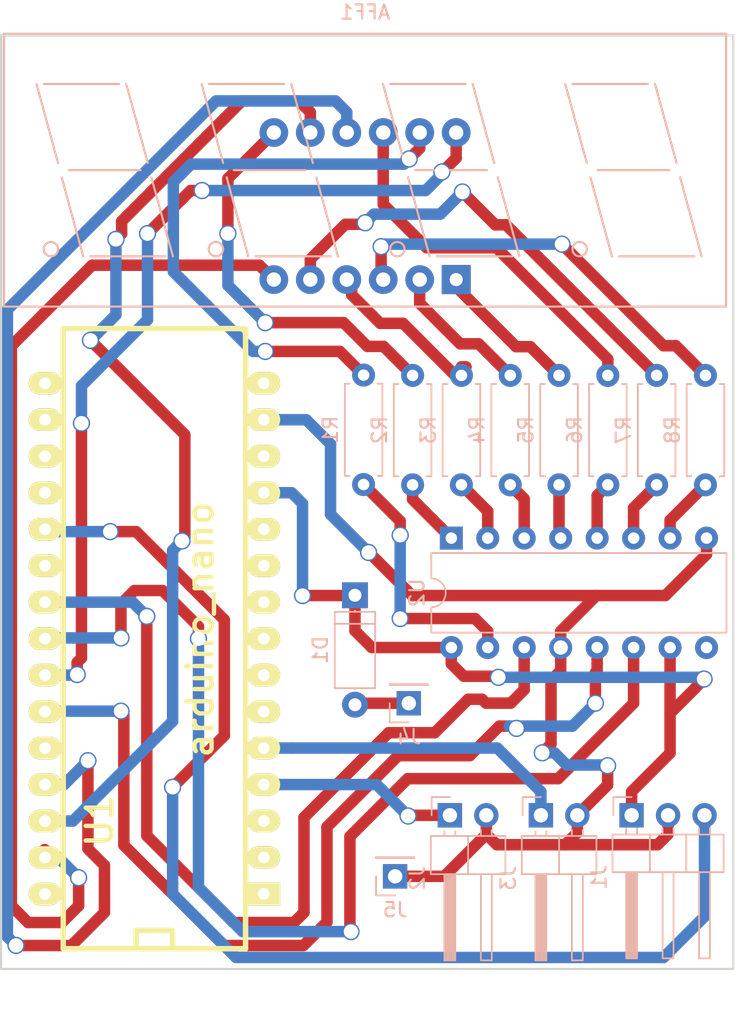
<source format=kicad_pcb>
(kicad_pcb (version 4) (host pcbnew 4.0.6)

  (general
    (links 37)
    (no_connects 8)
    (area 121.042105 56.805 175.205 129.510239)
    (thickness 1.6)
    (drawings 4)
    (tracks 312)
    (zones 0)
    (modules 17)
    (nets 30)
  )

  (page A4)
  (layers
    (0 F.Cu signal)
    (31 B.Cu signal)
    (32 B.Adhes user)
    (33 F.Adhes user)
    (34 B.Paste user)
    (35 F.Paste user)
    (36 B.SilkS user)
    (37 F.SilkS user)
    (38 B.Mask user)
    (39 F.Mask user)
    (40 Dwgs.User user)
    (41 Cmts.User user)
    (42 Eco1.User user)
    (43 Eco2.User user)
    (44 Edge.Cuts user)
    (45 Margin user)
    (46 B.CrtYd user)
    (47 F.CrtYd user)
    (48 B.Fab user)
    (49 F.Fab user)
  )

  (setup
    (last_trace_width 0.8)
    (trace_clearance 0.8)
    (zone_clearance 0.508)
    (zone_45_only no)
    (trace_min 0.6)
    (segment_width 0.2)
    (edge_width 0.15)
    (via_size 1.2)
    (via_drill 1)
    (via_min_size 0.6)
    (via_min_drill 0.3)
    (uvia_size 0.3)
    (uvia_drill 0.1)
    (uvias_allowed no)
    (uvia_min_size 0.2)
    (uvia_min_drill 0.1)
    (pcb_text_width 0.3)
    (pcb_text_size 1.5 1.5)
    (mod_edge_width 0.15)
    (mod_text_size 1 1)
    (mod_text_width 0.15)
    (pad_size 1.524 1.524)
    (pad_drill 0.762)
    (pad_to_mask_clearance 0.2)
    (aux_axis_origin 0 0)
    (visible_elements 7FFFEFFF)
    (pcbplotparams
      (layerselection 0x00030_80000001)
      (usegerberextensions false)
      (excludeedgelayer true)
      (linewidth 0.100000)
      (plotframeref false)
      (viasonmask false)
      (mode 1)
      (useauxorigin false)
      (hpglpennumber 1)
      (hpglpenspeed 20)
      (hpglpendiameter 15)
      (hpglpenoverlay 2)
      (psnegative false)
      (psa4output false)
      (plotreference true)
      (plotvalue true)
      (plotinvisibletext false)
      (padsonsilk false)
      (subtractmaskfromsilk false)
      (outputformat 1)
      (mirror false)
      (drillshape 1)
      (scaleselection 1)
      (outputdirectory ""))
  )

  (net 0 "")
  (net 1 "Net-(AFF1-Pad1)")
  (net 2 "Net-(AFF1-Pad2)")
  (net 3 "Net-(AFF1-Pad3)")
  (net 4 "Net-(AFF1-Pad4)")
  (net 5 "Net-(AFF1-Pad5)")
  (net 6 "Net-(AFF1-Pad6)")
  (net 7 "Net-(AFF1-Pad9)")
  (net 8 "Net-(AFF1-Pad8)")
  (net 9 "Net-(AFF1-Pad12)")
  (net 10 "Net-(AFF1-Pad11)")
  (net 11 "Net-(AFF1-Pad7)")
  (net 12 "Net-(AFF1-Pad10)")
  (net 13 "Net-(R1-Pad2)")
  (net 14 "Net-(R2-Pad2)")
  (net 15 "Net-(R3-Pad2)")
  (net 16 "Net-(R4-Pad2)")
  (net 17 "Net-(R5-Pad2)")
  (net 18 "Net-(R6-Pad2)")
  (net 19 "Net-(R7-Pad2)")
  (net 20 "Net-(R8-Pad2)")
  (net 21 "Net-(U1-Pad22)")
  (net 22 "Net-(U1-Pad23)")
  (net 23 "Net-(U1-Pad25)")
  (net 24 "Net-(J1-Pad2)")
  (net 25 "Net-(J1-Pad3)")
  (net 26 "Net-(D1-Pad1)")
  (net 27 "Net-(D1-Pad2)")
  (net 28 "Net-(J2-Pad1)")
  (net 29 "Net-(J3-Pad1)")

  (net_class Default "This is the default net class."
    (clearance 0.8)
    (trace_width 0.8)
    (via_dia 1.2)
    (via_drill 1)
    (uvia_dia 0.3)
    (uvia_drill 0.1)
    (add_net "Net-(AFF1-Pad1)")
    (add_net "Net-(AFF1-Pad10)")
    (add_net "Net-(AFF1-Pad11)")
    (add_net "Net-(AFF1-Pad12)")
    (add_net "Net-(AFF1-Pad2)")
    (add_net "Net-(AFF1-Pad3)")
    (add_net "Net-(AFF1-Pad4)")
    (add_net "Net-(AFF1-Pad5)")
    (add_net "Net-(AFF1-Pad6)")
    (add_net "Net-(AFF1-Pad7)")
    (add_net "Net-(AFF1-Pad8)")
    (add_net "Net-(AFF1-Pad9)")
    (add_net "Net-(D1-Pad1)")
    (add_net "Net-(D1-Pad2)")
    (add_net "Net-(J1-Pad2)")
    (add_net "Net-(J1-Pad3)")
    (add_net "Net-(J2-Pad1)")
    (add_net "Net-(J3-Pad1)")
    (add_net "Net-(R1-Pad2)")
    (add_net "Net-(R2-Pad2)")
    (add_net "Net-(R3-Pad2)")
    (add_net "Net-(R4-Pad2)")
    (add_net "Net-(R5-Pad2)")
    (add_net "Net-(R6-Pad2)")
    (add_net "Net-(R7-Pad2)")
    (add_net "Net-(R8-Pad2)")
    (add_net "Net-(U1-Pad22)")
    (add_net "Net-(U1-Pad23)")
    (add_net "Net-(U1-Pad25)")
  )

  (module newdisplay:Cx56-12 (layer B.Cu) (tedit 557ED01E) (tstamp 5966A9E6)
    (at 153.7 77 180)
    (descr "4x7-segments, 14 mm, Kingbright CA56-12 and CC56-12 displays")
    (tags "7-segments display")
    (path /5962373F)
    (fp_text reference AFF1 (at 6.35 18.62 180) (layer B.SilkS)
      (effects (font (size 1 1) (thickness 0.15)) (justify mirror))
    )
    (fp_text value CA56-12 (at 6.35 -3.38 180) (layer B.Fab)
      (effects (font (size 1 1) (thickness 0.15)) (justify mirror))
    )
    (fp_line (start 31.75 -2.15) (end -19.05 -2.15) (layer B.CrtYd) (width 0.05))
    (fp_line (start 31.75 17.35) (end 31.75 -2.15) (layer B.CrtYd) (width 0.05))
    (fp_line (start -19.05 17.35) (end 31.75 17.35) (layer B.CrtYd) (width 0.05))
    (fp_line (start -19.05 -2.15) (end -19.05 17.35) (layer B.CrtYd) (width 0.05))
    (fp_line (start 31.5 -1.88) (end -18.8 -1.88) (layer B.SilkS) (width 0.15))
    (fp_line (start -18.8 -1.88) (end -18.8 17.12) (layer B.SilkS) (width 0.15))
    (fp_line (start -18.8 17.12) (end 31.5 17.12) (layer B.SilkS) (width 0.15))
    (fp_line (start 31.5 17.12) (end 31.5 -1.88) (layer B.SilkS) (width 0.15))
    (fp_line (start 21.98 7.62) (end 26.98 7.62) (layer B.SilkS) (width 0.15))
    (fp_line (start 20.23 1.62) (end 25.48 1.62) (layer B.SilkS) (width 0.15))
    (fp_line (start 27.73 8.12) (end 29.23 13.62) (layer B.SilkS) (width 0.15))
    (fp_line (start 25.98 1.62) (end 27.48 7.12) (layer B.SilkS) (width 0.15))
    (fp_line (start 21.48 8.12) (end 22.98 13.62) (layer B.SilkS) (width 0.15))
    (fp_line (start 19.73 1.62) (end 21.23 7.12) (layer B.SilkS) (width 0.15))
    (fp_line (start 23.48 13.62) (end 28.73 13.62) (layer B.SilkS) (width 0.15))
    (fp_line (start -14.85 7.62) (end -9.85 7.62) (layer B.SilkS) (width 0.15))
    (fp_line (start -16.6 1.62) (end -11.35 1.62) (layer B.SilkS) (width 0.15))
    (fp_line (start -9.1 8.12) (end -7.6 13.62) (layer B.SilkS) (width 0.15))
    (fp_line (start -10.85 1.62) (end -9.35 7.12) (layer B.SilkS) (width 0.15))
    (fp_line (start -15.35 8.12) (end -13.85 13.62) (layer B.SilkS) (width 0.15))
    (fp_line (start -17.1 1.62) (end -15.6 7.12) (layer B.SilkS) (width 0.15))
    (fp_line (start -13.35 13.62) (end -8.1 13.62) (layer B.SilkS) (width 0.15))
    (fp_line (start -0.65 13.62) (end 4.6 13.62) (layer B.SilkS) (width 0.15))
    (fp_line (start -4.4 1.62) (end -2.9 7.12) (layer B.SilkS) (width 0.15))
    (fp_line (start -2.65 8.12) (end -1.15 13.62) (layer B.SilkS) (width 0.15))
    (fp_line (start 1.85 1.62) (end 3.35 7.12) (layer B.SilkS) (width 0.15))
    (fp_line (start 3.6 8.12) (end 5.1 13.62) (layer B.SilkS) (width 0.15))
    (fp_line (start -3.9 1.62) (end 1.35 1.62) (layer B.SilkS) (width 0.15))
    (fp_line (start -2.15 7.62) (end 2.85 7.62) (layer B.SilkS) (width 0.15))
    (fp_line (start 16.235 8.12) (end 17.735 13.62) (layer B.SilkS) (width 0.15))
    (fp_line (start 11.985 13.62) (end 17.235 13.62) (layer B.SilkS) (width 0.15))
    (fp_line (start 9.985 8.12) (end 11.485 13.62) (layer B.SilkS) (width 0.15))
    (fp_line (start 10.485 7.62) (end 15.485 7.62) (layer B.SilkS) (width 0.15))
    (fp_line (start 8.735 1.62) (end 13.985 1.62) (layer B.SilkS) (width 0.15))
    (fp_line (start 8.235 1.62) (end 9.735 7.12) (layer B.SilkS) (width 0.15))
    (fp_line (start 14.485 1.62) (end 15.985 7.12) (layer B.SilkS) (width 0.15))
    (fp_circle (center 28.23 2.12) (end 28.23 1.62) (layer B.SilkS) (width 0.15))
    (fp_circle (center -8.6 2.12) (end -8.6 1.62) (layer B.SilkS) (width 0.15))
    (fp_circle (center 16.735 2.12) (end 16.735 1.62) (layer B.SilkS) (width 0.15))
    (fp_circle (center 4.1 2.12) (end 4.1 1.62) (layer B.SilkS) (width 0.15))
    (pad 1 thru_hole rect (at 0 0 180) (size 2.032 2.032) (drill 0.9144) (layers *.Cu *.Mask)
      (net 1 "Net-(AFF1-Pad1)"))
    (pad 2 thru_hole circle (at 2.54 0 180) (size 2 2) (drill 1) (layers *.Cu *.Mask)
      (net 2 "Net-(AFF1-Pad2)"))
    (pad 3 thru_hole circle (at 5.08 0 180) (size 2 2) (drill 1) (layers *.Cu *.Mask)
      (net 3 "Net-(AFF1-Pad3)"))
    (pad 4 thru_hole circle (at 7.62 0 180) (size 2 2) (drill 1) (layers *.Cu *.Mask)
      (net 4 "Net-(AFF1-Pad4)"))
    (pad 5 thru_hole circle (at 10.16 0 180) (size 2 2) (drill 1) (layers *.Cu *.Mask)
      (net 5 "Net-(AFF1-Pad5)"))
    (pad 6 thru_hole circle (at 12.7 0 180) (size 2 2) (drill 1) (layers *.Cu *.Mask)
      (net 6 "Net-(AFF1-Pad6)"))
    (pad 9 thru_hole circle (at 7.62 10.24 180) (size 2 2) (drill 1) (layers *.Cu *.Mask)
      (net 7 "Net-(AFF1-Pad9)"))
    (pad 8 thru_hole circle (at 10.16 10.24 180) (size 2 2) (drill 1) (layers *.Cu *.Mask)
      (net 8 "Net-(AFF1-Pad8)"))
    (pad 12 thru_hole circle (at 0 10.24 180) (size 2 2) (drill 1) (layers *.Cu *.Mask)
      (net 9 "Net-(AFF1-Pad12)"))
    (pad 11 thru_hole circle (at 2.54 10.24 180) (size 2 2) (drill 1) (layers *.Cu *.Mask)
      (net 10 "Net-(AFF1-Pad11)"))
    (pad 7 thru_hole circle (at 12.7 10.24 180) (size 2 2) (drill 1) (layers *.Cu *.Mask)
      (net 11 "Net-(AFF1-Pad7)"))
    (pad 10 thru_hole circle (at 5.08 10.24 180) (size 2 2) (drill 1) (layers *.Cu *.Mask)
      (net 12 "Net-(AFF1-Pad10)"))
    (model Displays_7-Segment.3dshapes/Cx56-12.wrl
      (at (xyz 0.254 0.3 0.03937))
      (scale (xyz 0.393701 0.393701 0.393701))
      (rotate (xyz 0 0 0))
    )
  )

  (module Diodes_THT:D_A-405_P7.62mm_Horizontal (layer B.Cu) (tedit 5921392E) (tstamp 5962B698)
    (at 146.65 98.98 270)
    (descr "D, A-405 series, Axial, Horizontal, pin pitch=7.62mm, , length*diameter=5.2*2.7mm^2, , http://www.diodes.com/_files/packages/A-405.pdf")
    (tags "D A-405 series Axial Horizontal pin pitch 7.62mm  length 5.2mm diameter 2.7mm")
    (path /5962CF97)
    (fp_text reference D1 (at 3.81 2.41 270) (layer B.SilkS)
      (effects (font (size 1 1) (thickness 0.15)) (justify mirror))
    )
    (fp_text value D (at 3.81 -2.41 270) (layer B.Fab)
      (effects (font (size 1 1) (thickness 0.15)) (justify mirror))
    )
    (fp_text user %R (at 3.81 0 270) (layer B.Fab)
      (effects (font (size 1 1) (thickness 0.15)) (justify mirror))
    )
    (fp_line (start 1.21 1.35) (end 1.21 -1.35) (layer B.Fab) (width 0.1))
    (fp_line (start 1.21 -1.35) (end 6.41 -1.35) (layer B.Fab) (width 0.1))
    (fp_line (start 6.41 -1.35) (end 6.41 1.35) (layer B.Fab) (width 0.1))
    (fp_line (start 6.41 1.35) (end 1.21 1.35) (layer B.Fab) (width 0.1))
    (fp_line (start 0 0) (end 1.21 0) (layer B.Fab) (width 0.1))
    (fp_line (start 7.62 0) (end 6.41 0) (layer B.Fab) (width 0.1))
    (fp_line (start 1.99 1.35) (end 1.99 -1.35) (layer B.Fab) (width 0.1))
    (fp_line (start 1.15 1.41) (end 1.15 -1.41) (layer B.SilkS) (width 0.12))
    (fp_line (start 1.15 -1.41) (end 6.47 -1.41) (layer B.SilkS) (width 0.12))
    (fp_line (start 6.47 -1.41) (end 6.47 1.41) (layer B.SilkS) (width 0.12))
    (fp_line (start 6.47 1.41) (end 1.15 1.41) (layer B.SilkS) (width 0.12))
    (fp_line (start 1.08 0) (end 1.15 0) (layer B.SilkS) (width 0.12))
    (fp_line (start 6.54 0) (end 6.47 0) (layer B.SilkS) (width 0.12))
    (fp_line (start 1.99 1.41) (end 1.99 -1.41) (layer B.SilkS) (width 0.12))
    (fp_line (start -1.15 1.7) (end -1.15 -1.7) (layer B.CrtYd) (width 0.05))
    (fp_line (start -1.15 -1.7) (end 8.8 -1.7) (layer B.CrtYd) (width 0.05))
    (fp_line (start 8.8 -1.7) (end 8.8 1.7) (layer B.CrtYd) (width 0.05))
    (fp_line (start 8.8 1.7) (end -1.15 1.7) (layer B.CrtYd) (width 0.05))
    (pad 1 thru_hole rect (at 0 0 270) (size 1.8 1.8) (drill 0.9) (layers *.Cu *.Mask)
      (net 26 "Net-(D1-Pad1)"))
    (pad 2 thru_hole oval (at 7.62 0 270) (size 1.8 1.8) (drill 0.9) (layers *.Cu *.Mask)
      (net 27 "Net-(D1-Pad2)"))
    (model ${KISYS3DMOD}/Diodes_THT.3dshapes/D_A-405_P7.62mm_Horizontal.wrl
      (at (xyz 0 0 0))
      (scale (xyz 0.393701 0.393701 0.393701))
      (rotate (xyz 0 0 0))
    )
  )

  (module arduino:arduino_mini (layer F.Cu) (tedit 507C2E55) (tstamp 59623E94)
    (at 132.68 100.73 90)
    (descr "30 pins DIL package, elliptical pads, width 600mil (arduino mini)")
    (tags "DIL arduino mini")
    (path /596239C3)
    (fp_text reference U1 (at -13.97 -3.81 90) (layer F.SilkS)
      (effects (font (size 1.778 1.778) (thickness 0.3048)))
    )
    (fp_text value arduino_nano (at -0.635 3.175 270) (layer F.SilkS)
      (effects (font (size 1.778 1.778) (thickness 0.3048)))
    )
    (fp_line (start -22.86 -6.35) (end 20.32 -6.35) (layer F.SilkS) (width 0.381))
    (fp_line (start 20.32 -6.35) (end 20.32 6.35) (layer F.SilkS) (width 0.381))
    (fp_line (start 20.32 6.35) (end -22.86 6.35) (layer F.SilkS) (width 0.381))
    (fp_line (start -22.86 6.35) (end -22.86 -6.35) (layer F.SilkS) (width 0.381))
    (fp_line (start -22.86 1.27) (end -21.59 1.27) (layer F.SilkS) (width 0.381))
    (fp_line (start -21.59 1.27) (end -21.59 -1.27) (layer F.SilkS) (width 0.381))
    (fp_line (start -21.59 -1.27) (end -22.86 -1.27) (layer F.SilkS) (width 0.381))
    (pad 1 thru_hole rect (at -19.05 7.62 90) (size 1.5748 2.286) (drill 0.8128) (layers *.Cu *.Mask F.SilkS))
    (pad 2 thru_hole oval (at -16.51 7.62 90) (size 1.5748 2.286) (drill 0.8128) (layers *.Cu *.Mask F.SilkS))
    (pad 3 thru_hole oval (at -13.97 7.62 90) (size 1.5748 2.286) (drill 0.8128) (layers *.Cu *.Mask F.SilkS))
    (pad 4 thru_hole oval (at -11.43 7.62 90) (size 1.5748 2.286) (drill 0.8128) (layers *.Cu *.Mask F.SilkS)
      (net 28 "Net-(J2-Pad1)"))
    (pad 5 thru_hole oval (at -8.89 7.62 90) (size 1.5748 2.286) (drill 0.8128) (layers *.Cu *.Mask F.SilkS)
      (net 29 "Net-(J3-Pad1)"))
    (pad 6 thru_hole oval (at -6.35 7.62 90) (size 1.5748 2.286) (drill 0.8128) (layers *.Cu *.Mask F.SilkS))
    (pad 7 thru_hole oval (at -3.81 7.62 90) (size 1.5748 2.286) (drill 0.8128) (layers *.Cu *.Mask F.SilkS))
    (pad 8 thru_hole oval (at -1.27 7.62 90) (size 1.5748 2.286) (drill 0.8128) (layers *.Cu *.Mask F.SilkS))
    (pad 9 thru_hole oval (at 1.27 7.62 90) (size 1.5748 2.286) (drill 0.8128) (layers *.Cu *.Mask F.SilkS))
    (pad 10 thru_hole oval (at 3.81 7.62 90) (size 1.5748 2.286) (drill 0.8128) (layers *.Cu *.Mask F.SilkS))
    (pad 11 thru_hole oval (at 6.35 7.62 90) (size 1.5748 2.286) (drill 0.8128) (layers *.Cu *.Mask F.SilkS))
    (pad 12 thru_hole oval (at 8.89 7.62 90) (size 1.5748 2.286) (drill 0.8128) (layers *.Cu *.Mask F.SilkS)
      (net 26 "Net-(D1-Pad1)"))
    (pad 13 thru_hole oval (at 11.43 7.62 90) (size 1.5748 2.286) (drill 0.8128) (layers *.Cu *.Mask F.SilkS))
    (pad 14 thru_hole oval (at 13.97 7.62 90) (size 1.5748 2.286) (drill 0.8128) (layers *.Cu *.Mask F.SilkS)
      (net 24 "Net-(J1-Pad2)"))
    (pad 15 thru_hole oval (at 16.51 7.62 90) (size 1.5748 2.286) (drill 0.8128) (layers *.Cu *.Mask F.SilkS))
    (pad 16 thru_hole oval (at 16.51 -7.62 90) (size 1.5748 2.286) (drill 0.8128) (layers *.Cu *.Mask F.SilkS))
    (pad 17 thru_hole oval (at 13.97 -7.62 90) (size 1.5748 2.286) (drill 0.8128) (layers *.Cu *.Mask F.SilkS))
    (pad 18 thru_hole oval (at 11.43 -7.62 90) (size 1.5748 2.286) (drill 0.8128) (layers *.Cu *.Mask F.SilkS))
    (pad 19 thru_hole oval (at 8.89 -7.62 90) (size 1.5748 2.286) (drill 0.8128) (layers *.Cu *.Mask F.SilkS))
    (pad 20 thru_hole oval (at 6.35 -7.62 90) (size 1.5748 2.286) (drill 0.8128) (layers *.Cu *.Mask F.SilkS)
      (net 25 "Net-(J1-Pad3)"))
    (pad 21 thru_hole oval (at 3.81 -7.62 90) (size 1.5748 2.286) (drill 0.8128) (layers *.Cu *.Mask F.SilkS))
    (pad 22 thru_hole oval (at 1.27 -7.62 90) (size 1.5748 2.286) (drill 0.8128) (layers *.Cu *.Mask F.SilkS)
      (net 21 "Net-(U1-Pad22)"))
    (pad 23 thru_hole oval (at -1.27 -7.62 90) (size 1.5748 2.286) (drill 0.8128) (layers *.Cu *.Mask F.SilkS)
      (net 22 "Net-(U1-Pad23)"))
    (pad 24 thru_hole oval (at -3.81 -7.62 90) (size 1.5748 2.286) (drill 0.8128) (layers *.Cu *.Mask F.SilkS)
      (net 9 "Net-(AFF1-Pad12)"))
    (pad 25 thru_hole oval (at -6.35 -7.62 90) (size 1.5748 2.286) (drill 0.8128) (layers *.Cu *.Mask F.SilkS)
      (net 23 "Net-(U1-Pad25)"))
    (pad 26 thru_hole oval (at -8.89 -7.62 90) (size 1.5748 2.286) (drill 0.8128) (layers *.Cu *.Mask F.SilkS))
    (pad 27 thru_hole oval (at -11.43 -7.62 90) (size 1.5748 2.286) (drill 0.8128) (layers *.Cu *.Mask F.SilkS)
      (net 7 "Net-(AFF1-Pad9)"))
    (pad 28 thru_hole oval (at -13.97 -7.62 90) (size 1.5748 2.286) (drill 0.8128) (layers *.Cu *.Mask F.SilkS)
      (net 8 "Net-(AFF1-Pad8)"))
    (pad 29 thru_hole oval (at -16.51 -7.62 90) (size 1.5748 2.286) (drill 0.8128) (layers *.Cu *.Mask F.SilkS)
      (net 6 "Net-(AFF1-Pad6)"))
    (pad 30 thru_hole oval (at -19.05 -7.62 90) (size 1.5748 2.286) (drill 0.8128) (layers *.Cu *.Mask F.SilkS))
  )

  (module Resistors_THT:R_Axial_DIN0207_L6.3mm_D2.5mm_P7.62mm_Horizontal (layer B.Cu) (tedit 5874F706) (tstamp 59623E48)
    (at 147.25 83.65 270)
    (descr "Resistor, Axial_DIN0207 series, Axial, Horizontal, pin pitch=7.62mm, 0.25W = 1/4W, length*diameter=6.3*2.5mm^2, http://cdn-reichelt.de/documents/datenblatt/B400/1_4W%23YAG.pdf")
    (tags "Resistor Axial_DIN0207 series Axial Horizontal pin pitch 7.62mm 0.25W = 1/4W length 6.3mm diameter 2.5mm")
    (path /596238EB)
    (fp_text reference R1 (at 3.81 2.31 270) (layer B.SilkS)
      (effects (font (size 1 1) (thickness 0.15)) (justify mirror))
    )
    (fp_text value R (at 3.81 -2.31 270) (layer B.Fab)
      (effects (font (size 1 1) (thickness 0.15)) (justify mirror))
    )
    (fp_line (start 0.66 1.25) (end 0.66 -1.25) (layer B.Fab) (width 0.1))
    (fp_line (start 0.66 -1.25) (end 6.96 -1.25) (layer B.Fab) (width 0.1))
    (fp_line (start 6.96 -1.25) (end 6.96 1.25) (layer B.Fab) (width 0.1))
    (fp_line (start 6.96 1.25) (end 0.66 1.25) (layer B.Fab) (width 0.1))
    (fp_line (start 0 0) (end 0.66 0) (layer B.Fab) (width 0.1))
    (fp_line (start 7.62 0) (end 6.96 0) (layer B.Fab) (width 0.1))
    (fp_line (start 0.6 0.98) (end 0.6 1.31) (layer B.SilkS) (width 0.12))
    (fp_line (start 0.6 1.31) (end 7.02 1.31) (layer B.SilkS) (width 0.12))
    (fp_line (start 7.02 1.31) (end 7.02 0.98) (layer B.SilkS) (width 0.12))
    (fp_line (start 0.6 -0.98) (end 0.6 -1.31) (layer B.SilkS) (width 0.12))
    (fp_line (start 0.6 -1.31) (end 7.02 -1.31) (layer B.SilkS) (width 0.12))
    (fp_line (start 7.02 -1.31) (end 7.02 -0.98) (layer B.SilkS) (width 0.12))
    (fp_line (start -1.05 1.6) (end -1.05 -1.6) (layer B.CrtYd) (width 0.05))
    (fp_line (start -1.05 -1.6) (end 8.7 -1.6) (layer B.CrtYd) (width 0.05))
    (fp_line (start 8.7 -1.6) (end 8.7 1.6) (layer B.CrtYd) (width 0.05))
    (fp_line (start 8.7 1.6) (end -1.05 1.6) (layer B.CrtYd) (width 0.05))
    (pad 1 thru_hole circle (at 0 0 270) (size 1.6 1.6) (drill 0.8) (layers *.Cu *.Mask)
      (net 10 "Net-(AFF1-Pad11)"))
    (pad 2 thru_hole oval (at 7.62 0 270) (size 1.6 1.6) (drill 0.8) (layers *.Cu *.Mask)
      (net 13 "Net-(R1-Pad2)"))
    (model Resistors_THT.3dshapes/R_Axial_DIN0207_L6.3mm_D2.5mm_P7.62mm_Horizontal.wrl
      (at (xyz 0 0 0))
      (scale (xyz 0.393701 0.393701 0.393701))
      (rotate (xyz 0 0 0))
    )
  )

  (module Resistors_THT:R_Axial_DIN0207_L6.3mm_D2.5mm_P7.62mm_Horizontal (layer B.Cu) (tedit 5874F706) (tstamp 59623E4E)
    (at 150.664776 83.671054 270)
    (descr "Resistor, Axial_DIN0207 series, Axial, Horizontal, pin pitch=7.62mm, 0.25W = 1/4W, length*diameter=6.3*2.5mm^2, http://cdn-reichelt.de/documents/datenblatt/B400/1_4W%23YAG.pdf")
    (tags "Resistor Axial_DIN0207 series Axial Horizontal pin pitch 7.62mm 0.25W = 1/4W length 6.3mm diameter 2.5mm")
    (path /59623AD9)
    (fp_text reference R2 (at 3.81 2.31 270) (layer B.SilkS)
      (effects (font (size 1 1) (thickness 0.15)) (justify mirror))
    )
    (fp_text value R (at 3.81 -2.31 270) (layer B.Fab)
      (effects (font (size 1 1) (thickness 0.15)) (justify mirror))
    )
    (fp_line (start 0.66 1.25) (end 0.66 -1.25) (layer B.Fab) (width 0.1))
    (fp_line (start 0.66 -1.25) (end 6.96 -1.25) (layer B.Fab) (width 0.1))
    (fp_line (start 6.96 -1.25) (end 6.96 1.25) (layer B.Fab) (width 0.1))
    (fp_line (start 6.96 1.25) (end 0.66 1.25) (layer B.Fab) (width 0.1))
    (fp_line (start 0 0) (end 0.66 0) (layer B.Fab) (width 0.1))
    (fp_line (start 7.62 0) (end 6.96 0) (layer B.Fab) (width 0.1))
    (fp_line (start 0.6 0.98) (end 0.6 1.31) (layer B.SilkS) (width 0.12))
    (fp_line (start 0.6 1.31) (end 7.02 1.31) (layer B.SilkS) (width 0.12))
    (fp_line (start 7.02 1.31) (end 7.02 0.98) (layer B.SilkS) (width 0.12))
    (fp_line (start 0.6 -0.98) (end 0.6 -1.31) (layer B.SilkS) (width 0.12))
    (fp_line (start 0.6 -1.31) (end 7.02 -1.31) (layer B.SilkS) (width 0.12))
    (fp_line (start 7.02 -1.31) (end 7.02 -0.98) (layer B.SilkS) (width 0.12))
    (fp_line (start -1.05 1.6) (end -1.05 -1.6) (layer B.CrtYd) (width 0.05))
    (fp_line (start -1.05 -1.6) (end 8.7 -1.6) (layer B.CrtYd) (width 0.05))
    (fp_line (start 8.7 -1.6) (end 8.7 1.6) (layer B.CrtYd) (width 0.05))
    (fp_line (start 8.7 1.6) (end -1.05 1.6) (layer B.CrtYd) (width 0.05))
    (pad 1 thru_hole circle (at 0 0 270) (size 1.6 1.6) (drill 0.8) (layers *.Cu *.Mask)
      (net 11 "Net-(AFF1-Pad7)"))
    (pad 2 thru_hole oval (at 7.62 0 270) (size 1.6 1.6) (drill 0.8) (layers *.Cu *.Mask)
      (net 14 "Net-(R2-Pad2)"))
    (model Resistors_THT.3dshapes/R_Axial_DIN0207_L6.3mm_D2.5mm_P7.62mm_Horizontal.wrl
      (at (xyz 0 0 0))
      (scale (xyz 0.393701 0.393701 0.393701))
      (rotate (xyz 0 0 0))
    )
  )

  (module Resistors_THT:R_Axial_DIN0207_L6.3mm_D2.5mm_P7.62mm_Horizontal (layer B.Cu) (tedit 5874F706) (tstamp 59623E54)
    (at 154.064776 83.671054 270)
    (descr "Resistor, Axial_DIN0207 series, Axial, Horizontal, pin pitch=7.62mm, 0.25W = 1/4W, length*diameter=6.3*2.5mm^2, http://cdn-reichelt.de/documents/datenblatt/B400/1_4W%23YAG.pdf")
    (tags "Resistor Axial_DIN0207 series Axial Horizontal pin pitch 7.62mm 0.25W = 1/4W length 6.3mm diameter 2.5mm")
    (path /59623AF5)
    (fp_text reference R3 (at 3.81 2.31 270) (layer B.SilkS)
      (effects (font (size 1 1) (thickness 0.15)) (justify mirror))
    )
    (fp_text value R (at 3.81 -2.31 270) (layer B.Fab)
      (effects (font (size 1 1) (thickness 0.15)) (justify mirror))
    )
    (fp_line (start 0.66 1.25) (end 0.66 -1.25) (layer B.Fab) (width 0.1))
    (fp_line (start 0.66 -1.25) (end 6.96 -1.25) (layer B.Fab) (width 0.1))
    (fp_line (start 6.96 -1.25) (end 6.96 1.25) (layer B.Fab) (width 0.1))
    (fp_line (start 6.96 1.25) (end 0.66 1.25) (layer B.Fab) (width 0.1))
    (fp_line (start 0 0) (end 0.66 0) (layer B.Fab) (width 0.1))
    (fp_line (start 7.62 0) (end 6.96 0) (layer B.Fab) (width 0.1))
    (fp_line (start 0.6 0.98) (end 0.6 1.31) (layer B.SilkS) (width 0.12))
    (fp_line (start 0.6 1.31) (end 7.02 1.31) (layer B.SilkS) (width 0.12))
    (fp_line (start 7.02 1.31) (end 7.02 0.98) (layer B.SilkS) (width 0.12))
    (fp_line (start 0.6 -0.98) (end 0.6 -1.31) (layer B.SilkS) (width 0.12))
    (fp_line (start 0.6 -1.31) (end 7.02 -1.31) (layer B.SilkS) (width 0.12))
    (fp_line (start 7.02 -1.31) (end 7.02 -0.98) (layer B.SilkS) (width 0.12))
    (fp_line (start -1.05 1.6) (end -1.05 -1.6) (layer B.CrtYd) (width 0.05))
    (fp_line (start -1.05 -1.6) (end 8.7 -1.6) (layer B.CrtYd) (width 0.05))
    (fp_line (start 8.7 -1.6) (end 8.7 1.6) (layer B.CrtYd) (width 0.05))
    (fp_line (start 8.7 1.6) (end -1.05 1.6) (layer B.CrtYd) (width 0.05))
    (pad 1 thru_hole circle (at 0 0 270) (size 1.6 1.6) (drill 0.8) (layers *.Cu *.Mask)
      (net 4 "Net-(AFF1-Pad4)"))
    (pad 2 thru_hole oval (at 7.62 0 270) (size 1.6 1.6) (drill 0.8) (layers *.Cu *.Mask)
      (net 15 "Net-(R3-Pad2)"))
    (model Resistors_THT.3dshapes/R_Axial_DIN0207_L6.3mm_D2.5mm_P7.62mm_Horizontal.wrl
      (at (xyz 0 0 0))
      (scale (xyz 0.393701 0.393701 0.393701))
      (rotate (xyz 0 0 0))
    )
  )

  (module Resistors_THT:R_Axial_DIN0207_L6.3mm_D2.5mm_P7.62mm_Horizontal (layer B.Cu) (tedit 5874F706) (tstamp 59623E5A)
    (at 157.464776 83.671054 270)
    (descr "Resistor, Axial_DIN0207 series, Axial, Horizontal, pin pitch=7.62mm, 0.25W = 1/4W, length*diameter=6.3*2.5mm^2, http://cdn-reichelt.de/documents/datenblatt/B400/1_4W%23YAG.pdf")
    (tags "Resistor Axial_DIN0207 series Axial Horizontal pin pitch 7.62mm 0.25W = 1/4W length 6.3mm diameter 2.5mm")
    (path /59623B14)
    (fp_text reference R4 (at 3.81 2.31 270) (layer B.SilkS)
      (effects (font (size 1 1) (thickness 0.15)) (justify mirror))
    )
    (fp_text value R (at 3.81 -2.31 270) (layer B.Fab)
      (effects (font (size 1 1) (thickness 0.15)) (justify mirror))
    )
    (fp_line (start 0.66 1.25) (end 0.66 -1.25) (layer B.Fab) (width 0.1))
    (fp_line (start 0.66 -1.25) (end 6.96 -1.25) (layer B.Fab) (width 0.1))
    (fp_line (start 6.96 -1.25) (end 6.96 1.25) (layer B.Fab) (width 0.1))
    (fp_line (start 6.96 1.25) (end 0.66 1.25) (layer B.Fab) (width 0.1))
    (fp_line (start 0 0) (end 0.66 0) (layer B.Fab) (width 0.1))
    (fp_line (start 7.62 0) (end 6.96 0) (layer B.Fab) (width 0.1))
    (fp_line (start 0.6 0.98) (end 0.6 1.31) (layer B.SilkS) (width 0.12))
    (fp_line (start 0.6 1.31) (end 7.02 1.31) (layer B.SilkS) (width 0.12))
    (fp_line (start 7.02 1.31) (end 7.02 0.98) (layer B.SilkS) (width 0.12))
    (fp_line (start 0.6 -0.98) (end 0.6 -1.31) (layer B.SilkS) (width 0.12))
    (fp_line (start 0.6 -1.31) (end 7.02 -1.31) (layer B.SilkS) (width 0.12))
    (fp_line (start 7.02 -1.31) (end 7.02 -0.98) (layer B.SilkS) (width 0.12))
    (fp_line (start -1.05 1.6) (end -1.05 -1.6) (layer B.CrtYd) (width 0.05))
    (fp_line (start -1.05 -1.6) (end 8.7 -1.6) (layer B.CrtYd) (width 0.05))
    (fp_line (start 8.7 -1.6) (end 8.7 1.6) (layer B.CrtYd) (width 0.05))
    (fp_line (start 8.7 1.6) (end -1.05 1.6) (layer B.CrtYd) (width 0.05))
    (pad 1 thru_hole circle (at 0 0 270) (size 1.6 1.6) (drill 0.8) (layers *.Cu *.Mask)
      (net 2 "Net-(AFF1-Pad2)"))
    (pad 2 thru_hole oval (at 7.62 0 270) (size 1.6 1.6) (drill 0.8) (layers *.Cu *.Mask)
      (net 16 "Net-(R4-Pad2)"))
    (model Resistors_THT.3dshapes/R_Axial_DIN0207_L6.3mm_D2.5mm_P7.62mm_Horizontal.wrl
      (at (xyz 0 0 0))
      (scale (xyz 0.393701 0.393701 0.393701))
      (rotate (xyz 0 0 0))
    )
  )

  (module Resistors_THT:R_Axial_DIN0207_L6.3mm_D2.5mm_P7.62mm_Horizontal (layer B.Cu) (tedit 5874F706) (tstamp 59623E60)
    (at 160.864776 83.671054 270)
    (descr "Resistor, Axial_DIN0207 series, Axial, Horizontal, pin pitch=7.62mm, 0.25W = 1/4W, length*diameter=6.3*2.5mm^2, http://cdn-reichelt.de/documents/datenblatt/B400/1_4W%23YAG.pdf")
    (tags "Resistor Axial_DIN0207 series Axial Horizontal pin pitch 7.62mm 0.25W = 1/4W length 6.3mm diameter 2.5mm")
    (path /59623B42)
    (fp_text reference R5 (at 3.81 2.31 270) (layer B.SilkS)
      (effects (font (size 1 1) (thickness 0.15)) (justify mirror))
    )
    (fp_text value R (at 3.81 -2.31 270) (layer B.Fab)
      (effects (font (size 1 1) (thickness 0.15)) (justify mirror))
    )
    (fp_line (start 0.66 1.25) (end 0.66 -1.25) (layer B.Fab) (width 0.1))
    (fp_line (start 0.66 -1.25) (end 6.96 -1.25) (layer B.Fab) (width 0.1))
    (fp_line (start 6.96 -1.25) (end 6.96 1.25) (layer B.Fab) (width 0.1))
    (fp_line (start 6.96 1.25) (end 0.66 1.25) (layer B.Fab) (width 0.1))
    (fp_line (start 0 0) (end 0.66 0) (layer B.Fab) (width 0.1))
    (fp_line (start 7.62 0) (end 6.96 0) (layer B.Fab) (width 0.1))
    (fp_line (start 0.6 0.98) (end 0.6 1.31) (layer B.SilkS) (width 0.12))
    (fp_line (start 0.6 1.31) (end 7.02 1.31) (layer B.SilkS) (width 0.12))
    (fp_line (start 7.02 1.31) (end 7.02 0.98) (layer B.SilkS) (width 0.12))
    (fp_line (start 0.6 -0.98) (end 0.6 -1.31) (layer B.SilkS) (width 0.12))
    (fp_line (start 0.6 -1.31) (end 7.02 -1.31) (layer B.SilkS) (width 0.12))
    (fp_line (start 7.02 -1.31) (end 7.02 -0.98) (layer B.SilkS) (width 0.12))
    (fp_line (start -1.05 1.6) (end -1.05 -1.6) (layer B.CrtYd) (width 0.05))
    (fp_line (start -1.05 -1.6) (end 8.7 -1.6) (layer B.CrtYd) (width 0.05))
    (fp_line (start 8.7 -1.6) (end 8.7 1.6) (layer B.CrtYd) (width 0.05))
    (fp_line (start 8.7 1.6) (end -1.05 1.6) (layer B.CrtYd) (width 0.05))
    (pad 1 thru_hole circle (at 0 0 270) (size 1.6 1.6) (drill 0.8) (layers *.Cu *.Mask)
      (net 1 "Net-(AFF1-Pad1)"))
    (pad 2 thru_hole oval (at 7.62 0 270) (size 1.6 1.6) (drill 0.8) (layers *.Cu *.Mask)
      (net 17 "Net-(R5-Pad2)"))
    (model Resistors_THT.3dshapes/R_Axial_DIN0207_L6.3mm_D2.5mm_P7.62mm_Horizontal.wrl
      (at (xyz 0 0 0))
      (scale (xyz 0.393701 0.393701 0.393701))
      (rotate (xyz 0 0 0))
    )
  )

  (module Resistors_THT:R_Axial_DIN0207_L6.3mm_D2.5mm_P7.62mm_Horizontal (layer B.Cu) (tedit 5874F706) (tstamp 59623E66)
    (at 164.264776 83.671054 270)
    (descr "Resistor, Axial_DIN0207 series, Axial, Horizontal, pin pitch=7.62mm, 0.25W = 1/4W, length*diameter=6.3*2.5mm^2, http://cdn-reichelt.de/documents/datenblatt/B400/1_4W%23YAG.pdf")
    (tags "Resistor Axial_DIN0207 series Axial Horizontal pin pitch 7.62mm 0.25W = 1/4W length 6.3mm diameter 2.5mm")
    (path /59623B6B)
    (fp_text reference R6 (at 3.81 2.31 270) (layer B.SilkS)
      (effects (font (size 1 1) (thickness 0.15)) (justify mirror))
    )
    (fp_text value R (at 3.81 -2.31 270) (layer B.Fab)
      (effects (font (size 1 1) (thickness 0.15)) (justify mirror))
    )
    (fp_line (start 0.66 1.25) (end 0.66 -1.25) (layer B.Fab) (width 0.1))
    (fp_line (start 0.66 -1.25) (end 6.96 -1.25) (layer B.Fab) (width 0.1))
    (fp_line (start 6.96 -1.25) (end 6.96 1.25) (layer B.Fab) (width 0.1))
    (fp_line (start 6.96 1.25) (end 0.66 1.25) (layer B.Fab) (width 0.1))
    (fp_line (start 0 0) (end 0.66 0) (layer B.Fab) (width 0.1))
    (fp_line (start 7.62 0) (end 6.96 0) (layer B.Fab) (width 0.1))
    (fp_line (start 0.6 0.98) (end 0.6 1.31) (layer B.SilkS) (width 0.12))
    (fp_line (start 0.6 1.31) (end 7.02 1.31) (layer B.SilkS) (width 0.12))
    (fp_line (start 7.02 1.31) (end 7.02 0.98) (layer B.SilkS) (width 0.12))
    (fp_line (start 0.6 -0.98) (end 0.6 -1.31) (layer B.SilkS) (width 0.12))
    (fp_line (start 0.6 -1.31) (end 7.02 -1.31) (layer B.SilkS) (width 0.12))
    (fp_line (start 7.02 -1.31) (end 7.02 -0.98) (layer B.SilkS) (width 0.12))
    (fp_line (start -1.05 1.6) (end -1.05 -1.6) (layer B.CrtYd) (width 0.05))
    (fp_line (start -1.05 -1.6) (end 8.7 -1.6) (layer B.CrtYd) (width 0.05))
    (fp_line (start 8.7 -1.6) (end 8.7 1.6) (layer B.CrtYd) (width 0.05))
    (fp_line (start 8.7 1.6) (end -1.05 1.6) (layer B.CrtYd) (width 0.05))
    (pad 1 thru_hole circle (at 0 0 270) (size 1.6 1.6) (drill 0.8) (layers *.Cu *.Mask)
      (net 12 "Net-(AFF1-Pad10)"))
    (pad 2 thru_hole oval (at 7.62 0 270) (size 1.6 1.6) (drill 0.8) (layers *.Cu *.Mask)
      (net 18 "Net-(R6-Pad2)"))
    (model Resistors_THT.3dshapes/R_Axial_DIN0207_L6.3mm_D2.5mm_P7.62mm_Horizontal.wrl
      (at (xyz 0 0 0))
      (scale (xyz 0.393701 0.393701 0.393701))
      (rotate (xyz 0 0 0))
    )
  )

  (module Resistors_THT:R_Axial_DIN0207_L6.3mm_D2.5mm_P7.62mm_Horizontal (layer B.Cu) (tedit 5874F706) (tstamp 59623E6C)
    (at 167.664776 83.671054 270)
    (descr "Resistor, Axial_DIN0207 series, Axial, Horizontal, pin pitch=7.62mm, 0.25W = 1/4W, length*diameter=6.3*2.5mm^2, http://cdn-reichelt.de/documents/datenblatt/B400/1_4W%23YAG.pdf")
    (tags "Resistor Axial_DIN0207 series Axial Horizontal pin pitch 7.62mm 0.25W = 1/4W length 6.3mm diameter 2.5mm")
    (path /59623B93)
    (fp_text reference R7 (at 3.81 2.31 270) (layer B.SilkS)
      (effects (font (size 1 1) (thickness 0.15)) (justify mirror))
    )
    (fp_text value R (at 3.81 -2.31 270) (layer B.Fab)
      (effects (font (size 1 1) (thickness 0.15)) (justify mirror))
    )
    (fp_line (start 0.66 1.25) (end 0.66 -1.25) (layer B.Fab) (width 0.1))
    (fp_line (start 0.66 -1.25) (end 6.96 -1.25) (layer B.Fab) (width 0.1))
    (fp_line (start 6.96 -1.25) (end 6.96 1.25) (layer B.Fab) (width 0.1))
    (fp_line (start 6.96 1.25) (end 0.66 1.25) (layer B.Fab) (width 0.1))
    (fp_line (start 0 0) (end 0.66 0) (layer B.Fab) (width 0.1))
    (fp_line (start 7.62 0) (end 6.96 0) (layer B.Fab) (width 0.1))
    (fp_line (start 0.6 0.98) (end 0.6 1.31) (layer B.SilkS) (width 0.12))
    (fp_line (start 0.6 1.31) (end 7.02 1.31) (layer B.SilkS) (width 0.12))
    (fp_line (start 7.02 1.31) (end 7.02 0.98) (layer B.SilkS) (width 0.12))
    (fp_line (start 0.6 -0.98) (end 0.6 -1.31) (layer B.SilkS) (width 0.12))
    (fp_line (start 0.6 -1.31) (end 7.02 -1.31) (layer B.SilkS) (width 0.12))
    (fp_line (start 7.02 -1.31) (end 7.02 -0.98) (layer B.SilkS) (width 0.12))
    (fp_line (start -1.05 1.6) (end -1.05 -1.6) (layer B.CrtYd) (width 0.05))
    (fp_line (start -1.05 -1.6) (end 8.7 -1.6) (layer B.CrtYd) (width 0.05))
    (fp_line (start 8.7 -1.6) (end 8.7 1.6) (layer B.CrtYd) (width 0.05))
    (fp_line (start 8.7 1.6) (end -1.05 1.6) (layer B.CrtYd) (width 0.05))
    (pad 1 thru_hole circle (at 0 0 270) (size 1.6 1.6) (drill 0.8) (layers *.Cu *.Mask)
      (net 5 "Net-(AFF1-Pad5)"))
    (pad 2 thru_hole oval (at 7.62 0 270) (size 1.6 1.6) (drill 0.8) (layers *.Cu *.Mask)
      (net 19 "Net-(R7-Pad2)"))
    (model Resistors_THT.3dshapes/R_Axial_DIN0207_L6.3mm_D2.5mm_P7.62mm_Horizontal.wrl
      (at (xyz 0 0 0))
      (scale (xyz 0.393701 0.393701 0.393701))
      (rotate (xyz 0 0 0))
    )
  )

  (module Resistors_THT:R_Axial_DIN0207_L6.3mm_D2.5mm_P7.62mm_Horizontal (layer B.Cu) (tedit 5874F706) (tstamp 59623E72)
    (at 171.064776 83.671054 270)
    (descr "Resistor, Axial_DIN0207 series, Axial, Horizontal, pin pitch=7.62mm, 0.25W = 1/4W, length*diameter=6.3*2.5mm^2, http://cdn-reichelt.de/documents/datenblatt/B400/1_4W%23YAG.pdf")
    (tags "Resistor Axial_DIN0207 series Axial Horizontal pin pitch 7.62mm 0.25W = 1/4W length 6.3mm diameter 2.5mm")
    (path /59623BBE)
    (fp_text reference R8 (at 3.81 2.31 270) (layer B.SilkS)
      (effects (font (size 1 1) (thickness 0.15)) (justify mirror))
    )
    (fp_text value R (at 3.81 -2.31 270) (layer B.Fab)
      (effects (font (size 1 1) (thickness 0.15)) (justify mirror))
    )
    (fp_line (start 0.66 1.25) (end 0.66 -1.25) (layer B.Fab) (width 0.1))
    (fp_line (start 0.66 -1.25) (end 6.96 -1.25) (layer B.Fab) (width 0.1))
    (fp_line (start 6.96 -1.25) (end 6.96 1.25) (layer B.Fab) (width 0.1))
    (fp_line (start 6.96 1.25) (end 0.66 1.25) (layer B.Fab) (width 0.1))
    (fp_line (start 0 0) (end 0.66 0) (layer B.Fab) (width 0.1))
    (fp_line (start 7.62 0) (end 6.96 0) (layer B.Fab) (width 0.1))
    (fp_line (start 0.6 0.98) (end 0.6 1.31) (layer B.SilkS) (width 0.12))
    (fp_line (start 0.6 1.31) (end 7.02 1.31) (layer B.SilkS) (width 0.12))
    (fp_line (start 7.02 1.31) (end 7.02 0.98) (layer B.SilkS) (width 0.12))
    (fp_line (start 0.6 -0.98) (end 0.6 -1.31) (layer B.SilkS) (width 0.12))
    (fp_line (start 0.6 -1.31) (end 7.02 -1.31) (layer B.SilkS) (width 0.12))
    (fp_line (start 7.02 -1.31) (end 7.02 -0.98) (layer B.SilkS) (width 0.12))
    (fp_line (start -1.05 1.6) (end -1.05 -1.6) (layer B.CrtYd) (width 0.05))
    (fp_line (start -1.05 -1.6) (end 8.7 -1.6) (layer B.CrtYd) (width 0.05))
    (fp_line (start 8.7 -1.6) (end 8.7 1.6) (layer B.CrtYd) (width 0.05))
    (fp_line (start 8.7 1.6) (end -1.05 1.6) (layer B.CrtYd) (width 0.05))
    (pad 1 thru_hole circle (at 0 0 270) (size 1.6 1.6) (drill 0.8) (layers *.Cu *.Mask)
      (net 3 "Net-(AFF1-Pad3)"))
    (pad 2 thru_hole oval (at 7.62 0 270) (size 1.6 1.6) (drill 0.8) (layers *.Cu *.Mask)
      (net 20 "Net-(R8-Pad2)"))
    (model Resistors_THT.3dshapes/R_Axial_DIN0207_L6.3mm_D2.5mm_P7.62mm_Horizontal.wrl
      (at (xyz 0 0 0))
      (scale (xyz 0.393701 0.393701 0.393701))
      (rotate (xyz 0 0 0))
    )
  )

  (module Housings_DIP:DIP-16_W7.62mm (layer B.Cu) (tedit 58CC8E2D) (tstamp 59623EA8)
    (at 153.36 95 270)
    (descr "16-lead dip package, row spacing 7.62 mm (300 mils)")
    (tags "DIL DIP PDIP 2.54mm 7.62mm 300mil")
    (path /596237F4)
    (fp_text reference U2 (at 3.81 2.39 270) (layer B.SilkS)
      (effects (font (size 1 1) (thickness 0.15)) (justify mirror))
    )
    (fp_text value 74HC595 (at 3.81 -20.17 270) (layer B.Fab)
      (effects (font (size 1 1) (thickness 0.15)) (justify mirror))
    )
    (fp_text user %R (at 6.2 -4.34 270) (layer B.Fab)
      (effects (font (size 1 1) (thickness 0.15)) (justify mirror))
    )
    (fp_line (start 1.635 1.27) (end 6.985 1.27) (layer B.Fab) (width 0.1))
    (fp_line (start 6.985 1.27) (end 6.985 -19.05) (layer B.Fab) (width 0.1))
    (fp_line (start 6.985 -19.05) (end 0.635 -19.05) (layer B.Fab) (width 0.1))
    (fp_line (start 0.635 -19.05) (end 0.635 0.27) (layer B.Fab) (width 0.1))
    (fp_line (start 0.635 0.27) (end 1.635 1.27) (layer B.Fab) (width 0.1))
    (fp_line (start 2.81 1.39) (end 1.04 1.39) (layer B.SilkS) (width 0.12))
    (fp_line (start 1.04 1.39) (end 1.04 -19.17) (layer B.SilkS) (width 0.12))
    (fp_line (start 1.04 -19.17) (end 6.58 -19.17) (layer B.SilkS) (width 0.12))
    (fp_line (start 6.58 -19.17) (end 6.58 1.39) (layer B.SilkS) (width 0.12))
    (fp_line (start 6.58 1.39) (end 4.81 1.39) (layer B.SilkS) (width 0.12))
    (fp_line (start -1.1 1.6) (end -1.1 -19.3) (layer B.CrtYd) (width 0.05))
    (fp_line (start -1.1 -19.3) (end 8.7 -19.3) (layer B.CrtYd) (width 0.05))
    (fp_line (start 8.7 -19.3) (end 8.7 1.6) (layer B.CrtYd) (width 0.05))
    (fp_line (start 8.7 1.6) (end -1.1 1.6) (layer B.CrtYd) (width 0.05))
    (fp_arc (start 3.81 1.39) (end 2.81 1.39) (angle 180) (layer B.SilkS) (width 0.12))
    (pad 1 thru_hole rect (at 0 0 270) (size 1.6 1.6) (drill 0.8) (layers *.Cu *.Mask)
      (net 14 "Net-(R2-Pad2)"))
    (pad 9 thru_hole oval (at 7.62 -17.78 270) (size 1.6 1.6) (drill 0.8) (layers *.Cu *.Mask))
    (pad 2 thru_hole oval (at 0 -2.54 270) (size 1.6 1.6) (drill 0.8) (layers *.Cu *.Mask)
      (net 15 "Net-(R3-Pad2)"))
    (pad 10 thru_hole oval (at 7.62 -15.24 270) (size 1.6 1.6) (drill 0.8) (layers *.Cu *.Mask)
      (net 26 "Net-(D1-Pad1)"))
    (pad 3 thru_hole oval (at 0 -5.08 270) (size 1.6 1.6) (drill 0.8) (layers *.Cu *.Mask)
      (net 16 "Net-(R4-Pad2)"))
    (pad 11 thru_hole oval (at 7.62 -12.7 270) (size 1.6 1.6) (drill 0.8) (layers *.Cu *.Mask)
      (net 22 "Net-(U1-Pad23)"))
    (pad 4 thru_hole oval (at 0 -7.62 270) (size 1.6 1.6) (drill 0.8) (layers *.Cu *.Mask)
      (net 17 "Net-(R5-Pad2)"))
    (pad 12 thru_hole oval (at 7.62 -10.16 270) (size 1.6 1.6) (drill 0.8) (layers *.Cu *.Mask)
      (net 23 "Net-(U1-Pad25)"))
    (pad 5 thru_hole oval (at 0 -10.16 270) (size 1.6 1.6) (drill 0.8) (layers *.Cu *.Mask)
      (net 18 "Net-(R6-Pad2)"))
    (pad 13 thru_hole oval (at 7.62 -7.62 270) (size 1.6 1.6) (drill 0.8) (layers *.Cu *.Mask)
      (net 24 "Net-(J1-Pad2)"))
    (pad 6 thru_hole oval (at 0 -12.7 270) (size 1.6 1.6) (drill 0.8) (layers *.Cu *.Mask)
      (net 19 "Net-(R7-Pad2)"))
    (pad 14 thru_hole oval (at 7.62 -5.08 270) (size 1.6 1.6) (drill 0.8) (layers *.Cu *.Mask)
      (net 21 "Net-(U1-Pad22)"))
    (pad 7 thru_hole oval (at 0 -15.24 270) (size 1.6 1.6) (drill 0.8) (layers *.Cu *.Mask)
      (net 20 "Net-(R8-Pad2)"))
    (pad 15 thru_hole oval (at 7.62 -2.54 270) (size 1.6 1.6) (drill 0.8) (layers *.Cu *.Mask)
      (net 13 "Net-(R1-Pad2)"))
    (pad 8 thru_hole oval (at 0 -17.78 270) (size 1.6 1.6) (drill 0.8) (layers *.Cu *.Mask)
      (net 24 "Net-(J1-Pad2)"))
    (pad 16 thru_hole oval (at 7.62 0 270) (size 1.6 1.6) (drill 0.8) (layers *.Cu *.Mask)
      (net 26 "Net-(D1-Pad1)"))
    (model ${KISYS3DMOD}/Housings_DIP.3dshapes/DIP-16_W7.62mm.wrl
      (at (xyz 0 0 0))
      (scale (xyz 1 1 1))
      (rotate (xyz 0 0 0))
    )
  )

  (module Pin_Headers:Pin_Header_Angled_1x03_Pitch2.54mm (layer B.Cu) (tedit 58CD4EC1) (tstamp 5962A21F)
    (at 165.92 114.3 270)
    (descr "Through hole angled pin header, 1x03, 2.54mm pitch, 6mm pin length, single row")
    (tags "Through hole angled pin header THT 1x03 2.54mm single row")
    (path /5962B492)
    (fp_text reference J1 (at 4.315 2.27 270) (layer B.SilkS)
      (effects (font (size 1 1) (thickness 0.15)) (justify mirror))
    )
    (fp_text value CONN_01X03_FEMALE_HALL (at 4.315 -7.35 270) (layer B.Fab)
      (effects (font (size 1 1) (thickness 0.15)) (justify mirror))
    )
    (fp_line (start 1.4 1.27) (end 1.4 -1.27) (layer B.Fab) (width 0.1))
    (fp_line (start 1.4 -1.27) (end 3.9 -1.27) (layer B.Fab) (width 0.1))
    (fp_line (start 3.9 -1.27) (end 3.9 1.27) (layer B.Fab) (width 0.1))
    (fp_line (start 3.9 1.27) (end 1.4 1.27) (layer B.Fab) (width 0.1))
    (fp_line (start 0 0.32) (end 0 -0.32) (layer B.Fab) (width 0.1))
    (fp_line (start 0 -0.32) (end 9.9 -0.32) (layer B.Fab) (width 0.1))
    (fp_line (start 9.9 -0.32) (end 9.9 0.32) (layer B.Fab) (width 0.1))
    (fp_line (start 9.9 0.32) (end 0 0.32) (layer B.Fab) (width 0.1))
    (fp_line (start 1.4 -1.27) (end 1.4 -3.81) (layer B.Fab) (width 0.1))
    (fp_line (start 1.4 -3.81) (end 3.9 -3.81) (layer B.Fab) (width 0.1))
    (fp_line (start 3.9 -3.81) (end 3.9 -1.27) (layer B.Fab) (width 0.1))
    (fp_line (start 3.9 -1.27) (end 1.4 -1.27) (layer B.Fab) (width 0.1))
    (fp_line (start 0 -2.22) (end 0 -2.86) (layer B.Fab) (width 0.1))
    (fp_line (start 0 -2.86) (end 9.9 -2.86) (layer B.Fab) (width 0.1))
    (fp_line (start 9.9 -2.86) (end 9.9 -2.22) (layer B.Fab) (width 0.1))
    (fp_line (start 9.9 -2.22) (end 0 -2.22) (layer B.Fab) (width 0.1))
    (fp_line (start 1.4 -3.81) (end 1.4 -6.35) (layer B.Fab) (width 0.1))
    (fp_line (start 1.4 -6.35) (end 3.9 -6.35) (layer B.Fab) (width 0.1))
    (fp_line (start 3.9 -6.35) (end 3.9 -3.81) (layer B.Fab) (width 0.1))
    (fp_line (start 3.9 -3.81) (end 1.4 -3.81) (layer B.Fab) (width 0.1))
    (fp_line (start 0 -4.76) (end 0 -5.4) (layer B.Fab) (width 0.1))
    (fp_line (start 0 -5.4) (end 9.9 -5.4) (layer B.Fab) (width 0.1))
    (fp_line (start 9.9 -5.4) (end 9.9 -4.76) (layer B.Fab) (width 0.1))
    (fp_line (start 9.9 -4.76) (end 0 -4.76) (layer B.Fab) (width 0.1))
    (fp_line (start 1.34 1.33) (end 1.34 -1.27) (layer B.SilkS) (width 0.12))
    (fp_line (start 1.34 -1.27) (end 3.96 -1.27) (layer B.SilkS) (width 0.12))
    (fp_line (start 3.96 -1.27) (end 3.96 1.33) (layer B.SilkS) (width 0.12))
    (fp_line (start 3.96 1.33) (end 1.34 1.33) (layer B.SilkS) (width 0.12))
    (fp_line (start 3.96 0.38) (end 3.96 -0.38) (layer B.SilkS) (width 0.12))
    (fp_line (start 3.96 -0.38) (end 9.96 -0.38) (layer B.SilkS) (width 0.12))
    (fp_line (start 9.96 -0.38) (end 9.96 0.38) (layer B.SilkS) (width 0.12))
    (fp_line (start 9.96 0.38) (end 3.96 0.38) (layer B.SilkS) (width 0.12))
    (fp_line (start 0.91 0.38) (end 1.34 0.38) (layer B.SilkS) (width 0.12))
    (fp_line (start 0.91 -0.38) (end 1.34 -0.38) (layer B.SilkS) (width 0.12))
    (fp_line (start 3.96 0.26) (end 9.96 0.26) (layer B.SilkS) (width 0.12))
    (fp_line (start 3.96 0.14) (end 9.96 0.14) (layer B.SilkS) (width 0.12))
    (fp_line (start 3.96 0.02) (end 9.96 0.02) (layer B.SilkS) (width 0.12))
    (fp_line (start 3.96 -0.1) (end 9.96 -0.1) (layer B.SilkS) (width 0.12))
    (fp_line (start 3.96 -0.22) (end 9.96 -0.22) (layer B.SilkS) (width 0.12))
    (fp_line (start 3.96 -0.34) (end 9.96 -0.34) (layer B.SilkS) (width 0.12))
    (fp_line (start 1.34 -1.27) (end 1.34 -3.81) (layer B.SilkS) (width 0.12))
    (fp_line (start 1.34 -3.81) (end 3.96 -3.81) (layer B.SilkS) (width 0.12))
    (fp_line (start 3.96 -3.81) (end 3.96 -1.27) (layer B.SilkS) (width 0.12))
    (fp_line (start 3.96 -1.27) (end 1.34 -1.27) (layer B.SilkS) (width 0.12))
    (fp_line (start 3.96 -2.16) (end 3.96 -2.92) (layer B.SilkS) (width 0.12))
    (fp_line (start 3.96 -2.92) (end 9.96 -2.92) (layer B.SilkS) (width 0.12))
    (fp_line (start 9.96 -2.92) (end 9.96 -2.16) (layer B.SilkS) (width 0.12))
    (fp_line (start 9.96 -2.16) (end 3.96 -2.16) (layer B.SilkS) (width 0.12))
    (fp_line (start 0.91 -2.16) (end 1.34 -2.16) (layer B.SilkS) (width 0.12))
    (fp_line (start 0.91 -2.92) (end 1.34 -2.92) (layer B.SilkS) (width 0.12))
    (fp_line (start 1.34 -3.81) (end 1.34 -6.41) (layer B.SilkS) (width 0.12))
    (fp_line (start 1.34 -6.41) (end 3.96 -6.41) (layer B.SilkS) (width 0.12))
    (fp_line (start 3.96 -6.41) (end 3.96 -3.81) (layer B.SilkS) (width 0.12))
    (fp_line (start 3.96 -3.81) (end 1.34 -3.81) (layer B.SilkS) (width 0.12))
    (fp_line (start 3.96 -4.7) (end 3.96 -5.46) (layer B.SilkS) (width 0.12))
    (fp_line (start 3.96 -5.46) (end 9.96 -5.46) (layer B.SilkS) (width 0.12))
    (fp_line (start 9.96 -5.46) (end 9.96 -4.7) (layer B.SilkS) (width 0.12))
    (fp_line (start 9.96 -4.7) (end 3.96 -4.7) (layer B.SilkS) (width 0.12))
    (fp_line (start 0.91 -4.7) (end 1.34 -4.7) (layer B.SilkS) (width 0.12))
    (fp_line (start 0.91 -5.46) (end 1.34 -5.46) (layer B.SilkS) (width 0.12))
    (fp_line (start -1.27 0) (end -1.27 1.27) (layer B.SilkS) (width 0.12))
    (fp_line (start -1.27 1.27) (end 0 1.27) (layer B.SilkS) (width 0.12))
    (fp_line (start -1.8 1.8) (end -1.8 -6.85) (layer B.CrtYd) (width 0.05))
    (fp_line (start -1.8 -6.85) (end 10.4 -6.85) (layer B.CrtYd) (width 0.05))
    (fp_line (start 10.4 -6.85) (end 10.4 1.8) (layer B.CrtYd) (width 0.05))
    (fp_line (start 10.4 1.8) (end -1.8 1.8) (layer B.CrtYd) (width 0.05))
    (fp_text user %R (at 4.315 2.27 270) (layer B.Fab)
      (effects (font (size 1 1) (thickness 0.15)) (justify mirror))
    )
    (pad 1 thru_hole rect (at 0 0 270) (size 1.7 1.7) (drill 1) (layers *.Cu *.Mask)
      (net 26 "Net-(D1-Pad1)"))
    (pad 2 thru_hole oval (at 0 -2.54 270) (size 1.7 1.7) (drill 1) (layers *.Cu *.Mask)
      (net 24 "Net-(J1-Pad2)"))
    (pad 3 thru_hole oval (at 0 -5.08 270) (size 1.7 1.7) (drill 1) (layers *.Cu *.Mask)
      (net 25 "Net-(J1-Pad3)"))
    (model ${KISYS3DMOD}/Pin_Headers.3dshapes/Pin_Header_Angled_1x03_Pitch2.54mm.wrl
      (at (xyz 0 -0.1 0))
      (scale (xyz 1 1 1))
      (rotate (xyz 0 0 90))
    )
  )

  (module Pin_Headers:Pin_Header_Straight_1x01_Pitch2.54mm (layer B.Cu) (tedit 58CD4EC1) (tstamp 5962B639)
    (at 150.4 106.5)
    (descr "Through hole straight pin header, 1x01, 2.54mm pitch, single row")
    (tags "Through hole pin header THT 1x01 2.54mm single row")
    (path /5962D28B)
    (fp_text reference J4 (at 0 2.33) (layer B.SilkS)
      (effects (font (size 1 1) (thickness 0.15)) (justify mirror))
    )
    (fp_text value CONN_01X01_FEMALE (at 0 -2.33) (layer B.Fab)
      (effects (font (size 1 1) (thickness 0.15)) (justify mirror))
    )
    (fp_line (start -1.27 1.27) (end -1.27 -1.27) (layer B.Fab) (width 0.1))
    (fp_line (start -1.27 -1.27) (end 1.27 -1.27) (layer B.Fab) (width 0.1))
    (fp_line (start 1.27 -1.27) (end 1.27 1.27) (layer B.Fab) (width 0.1))
    (fp_line (start 1.27 1.27) (end -1.27 1.27) (layer B.Fab) (width 0.1))
    (fp_line (start -1.33 -1.27) (end -1.33 -1.33) (layer B.SilkS) (width 0.12))
    (fp_line (start -1.33 -1.33) (end 1.33 -1.33) (layer B.SilkS) (width 0.12))
    (fp_line (start 1.33 -1.33) (end 1.33 -1.27) (layer B.SilkS) (width 0.12))
    (fp_line (start 1.33 -1.27) (end -1.33 -1.27) (layer B.SilkS) (width 0.12))
    (fp_line (start -1.33 0) (end -1.33 1.33) (layer B.SilkS) (width 0.12))
    (fp_line (start -1.33 1.33) (end 0 1.33) (layer B.SilkS) (width 0.12))
    (fp_line (start -1.8 1.8) (end -1.8 -1.8) (layer B.CrtYd) (width 0.05))
    (fp_line (start -1.8 -1.8) (end 1.8 -1.8) (layer B.CrtYd) (width 0.05))
    (fp_line (start 1.8 -1.8) (end 1.8 1.8) (layer B.CrtYd) (width 0.05))
    (fp_line (start 1.8 1.8) (end -1.8 1.8) (layer B.CrtYd) (width 0.05))
    (fp_text user %R (at 0 2.33) (layer B.Fab)
      (effects (font (size 1 1) (thickness 0.15)) (justify mirror))
    )
    (pad 1 thru_hole rect (at 0 0) (size 1.7 1.7) (drill 1) (layers *.Cu *.Mask)
      (net 27 "Net-(D1-Pad2)"))
    (model ${KISYS3DMOD}/Pin_Headers.3dshapes/Pin_Header_Straight_1x01_Pitch2.54mm.wrl
      (at (xyz 0 0 0))
      (scale (xyz 1 1 1))
      (rotate (xyz 0 0 90))
    )
  )

  (module Pin_Headers:Pin_Header_Angled_1x02_Pitch2.54mm (layer B.Cu) (tedit 59650532) (tstamp 5966874C)
    (at 153.26 114.3 270)
    (descr "Through hole angled pin header, 1x02, 2.54mm pitch, 6mm pin length, single row")
    (tags "Through hole angled pin header THT 1x02 2.54mm single row")
    (path /596690CB)
    (fp_text reference J2 (at 4.385 2.27 270) (layer B.SilkS)
      (effects (font (size 1 1) (thickness 0.15)) (justify mirror))
    )
    (fp_text value CONN_01X02_MALE (at 4.385 -4.81 270) (layer B.Fab)
      (effects (font (size 1 1) (thickness 0.15)) (justify mirror))
    )
    (fp_line (start 2.135 1.27) (end 4.04 1.27) (layer B.Fab) (width 0.1))
    (fp_line (start 4.04 1.27) (end 4.04 -3.81) (layer B.Fab) (width 0.1))
    (fp_line (start 4.04 -3.81) (end 1.5 -3.81) (layer B.Fab) (width 0.1))
    (fp_line (start 1.5 -3.81) (end 1.5 0.635) (layer B.Fab) (width 0.1))
    (fp_line (start 1.5 0.635) (end 2.135 1.27) (layer B.Fab) (width 0.1))
    (fp_line (start -0.32 0.32) (end 1.5 0.32) (layer B.Fab) (width 0.1))
    (fp_line (start -0.32 0.32) (end -0.32 -0.32) (layer B.Fab) (width 0.1))
    (fp_line (start -0.32 -0.32) (end 1.5 -0.32) (layer B.Fab) (width 0.1))
    (fp_line (start 4.04 0.32) (end 10.04 0.32) (layer B.Fab) (width 0.1))
    (fp_line (start 10.04 0.32) (end 10.04 -0.32) (layer B.Fab) (width 0.1))
    (fp_line (start 4.04 -0.32) (end 10.04 -0.32) (layer B.Fab) (width 0.1))
    (fp_line (start -0.32 -2.22) (end 1.5 -2.22) (layer B.Fab) (width 0.1))
    (fp_line (start -0.32 -2.22) (end -0.32 -2.86) (layer B.Fab) (width 0.1))
    (fp_line (start -0.32 -2.86) (end 1.5 -2.86) (layer B.Fab) (width 0.1))
    (fp_line (start 4.04 -2.22) (end 10.04 -2.22) (layer B.Fab) (width 0.1))
    (fp_line (start 10.04 -2.22) (end 10.04 -2.86) (layer B.Fab) (width 0.1))
    (fp_line (start 4.04 -2.86) (end 10.04 -2.86) (layer B.Fab) (width 0.1))
    (fp_line (start 1.44 1.33) (end 1.44 -3.87) (layer B.SilkS) (width 0.12))
    (fp_line (start 1.44 -3.87) (end 4.1 -3.87) (layer B.SilkS) (width 0.12))
    (fp_line (start 4.1 -3.87) (end 4.1 1.33) (layer B.SilkS) (width 0.12))
    (fp_line (start 4.1 1.33) (end 1.44 1.33) (layer B.SilkS) (width 0.12))
    (fp_line (start 4.1 0.38) (end 10.1 0.38) (layer B.SilkS) (width 0.12))
    (fp_line (start 10.1 0.38) (end 10.1 -0.38) (layer B.SilkS) (width 0.12))
    (fp_line (start 10.1 -0.38) (end 4.1 -0.38) (layer B.SilkS) (width 0.12))
    (fp_line (start 4.1 0.32) (end 10.1 0.32) (layer B.SilkS) (width 0.12))
    (fp_line (start 4.1 0.2) (end 10.1 0.2) (layer B.SilkS) (width 0.12))
    (fp_line (start 4.1 0.08) (end 10.1 0.08) (layer B.SilkS) (width 0.12))
    (fp_line (start 4.1 -0.04) (end 10.1 -0.04) (layer B.SilkS) (width 0.12))
    (fp_line (start 4.1 -0.16) (end 10.1 -0.16) (layer B.SilkS) (width 0.12))
    (fp_line (start 4.1 -0.28) (end 10.1 -0.28) (layer B.SilkS) (width 0.12))
    (fp_line (start 1.11 0.38) (end 1.44 0.38) (layer B.SilkS) (width 0.12))
    (fp_line (start 1.11 -0.38) (end 1.44 -0.38) (layer B.SilkS) (width 0.12))
    (fp_line (start 1.44 -1.27) (end 4.1 -1.27) (layer B.SilkS) (width 0.12))
    (fp_line (start 4.1 -2.16) (end 10.1 -2.16) (layer B.SilkS) (width 0.12))
    (fp_line (start 10.1 -2.16) (end 10.1 -2.92) (layer B.SilkS) (width 0.12))
    (fp_line (start 10.1 -2.92) (end 4.1 -2.92) (layer B.SilkS) (width 0.12))
    (fp_line (start 1.042929 -2.16) (end 1.44 -2.16) (layer B.SilkS) (width 0.12))
    (fp_line (start 1.042929 -2.92) (end 1.44 -2.92) (layer B.SilkS) (width 0.12))
    (fp_line (start -1.27 0) (end -1.27 1.27) (layer B.SilkS) (width 0.12))
    (fp_line (start -1.27 1.27) (end 0 1.27) (layer B.SilkS) (width 0.12))
    (fp_line (start -1.8 1.8) (end -1.8 -4.35) (layer B.CrtYd) (width 0.05))
    (fp_line (start -1.8 -4.35) (end 10.55 -4.35) (layer B.CrtYd) (width 0.05))
    (fp_line (start 10.55 -4.35) (end 10.55 1.8) (layer B.CrtYd) (width 0.05))
    (fp_line (start 10.55 1.8) (end -1.8 1.8) (layer B.CrtYd) (width 0.05))
    (fp_text user %R (at 2.77 -1.27 540) (layer B.Fab)
      (effects (font (size 1 1) (thickness 0.15)) (justify mirror))
    )
    (pad 1 thru_hole rect (at 0 0 270) (size 1.7 1.7) (drill 1) (layers *.Cu *.Mask)
      (net 28 "Net-(J2-Pad1)"))
    (pad 2 thru_hole oval (at 0 -2.54 270) (size 1.7 1.7) (drill 1) (layers *.Cu *.Mask)
      (net 24 "Net-(J1-Pad2)"))
    (model ${KISYS3DMOD}/Pin_Headers.3dshapes/Pin_Header_Angled_1x02_Pitch2.54mm.wrl
      (at (xyz 0 0 0))
      (scale (xyz 1 1 1))
      (rotate (xyz 0 0 0))
    )
  )

  (module Pin_Headers:Pin_Header_Angled_1x02_Pitch2.54mm (layer B.Cu) (tedit 59650532) (tstamp 59668752)
    (at 159.6 114.3 270)
    (descr "Through hole angled pin header, 1x02, 2.54mm pitch, 6mm pin length, single row")
    (tags "Through hole angled pin header THT 1x02 2.54mm single row")
    (path /5966911D)
    (fp_text reference J3 (at 4.385 2.27 270) (layer B.SilkS)
      (effects (font (size 1 1) (thickness 0.15)) (justify mirror))
    )
    (fp_text value CONN_01X02_MALE (at 4.385 -4.81 270) (layer B.Fab)
      (effects (font (size 1 1) (thickness 0.15)) (justify mirror))
    )
    (fp_line (start 2.135 1.27) (end 4.04 1.27) (layer B.Fab) (width 0.1))
    (fp_line (start 4.04 1.27) (end 4.04 -3.81) (layer B.Fab) (width 0.1))
    (fp_line (start 4.04 -3.81) (end 1.5 -3.81) (layer B.Fab) (width 0.1))
    (fp_line (start 1.5 -3.81) (end 1.5 0.635) (layer B.Fab) (width 0.1))
    (fp_line (start 1.5 0.635) (end 2.135 1.27) (layer B.Fab) (width 0.1))
    (fp_line (start -0.32 0.32) (end 1.5 0.32) (layer B.Fab) (width 0.1))
    (fp_line (start -0.32 0.32) (end -0.32 -0.32) (layer B.Fab) (width 0.1))
    (fp_line (start -0.32 -0.32) (end 1.5 -0.32) (layer B.Fab) (width 0.1))
    (fp_line (start 4.04 0.32) (end 10.04 0.32) (layer B.Fab) (width 0.1))
    (fp_line (start 10.04 0.32) (end 10.04 -0.32) (layer B.Fab) (width 0.1))
    (fp_line (start 4.04 -0.32) (end 10.04 -0.32) (layer B.Fab) (width 0.1))
    (fp_line (start -0.32 -2.22) (end 1.5 -2.22) (layer B.Fab) (width 0.1))
    (fp_line (start -0.32 -2.22) (end -0.32 -2.86) (layer B.Fab) (width 0.1))
    (fp_line (start -0.32 -2.86) (end 1.5 -2.86) (layer B.Fab) (width 0.1))
    (fp_line (start 4.04 -2.22) (end 10.04 -2.22) (layer B.Fab) (width 0.1))
    (fp_line (start 10.04 -2.22) (end 10.04 -2.86) (layer B.Fab) (width 0.1))
    (fp_line (start 4.04 -2.86) (end 10.04 -2.86) (layer B.Fab) (width 0.1))
    (fp_line (start 1.44 1.33) (end 1.44 -3.87) (layer B.SilkS) (width 0.12))
    (fp_line (start 1.44 -3.87) (end 4.1 -3.87) (layer B.SilkS) (width 0.12))
    (fp_line (start 4.1 -3.87) (end 4.1 1.33) (layer B.SilkS) (width 0.12))
    (fp_line (start 4.1 1.33) (end 1.44 1.33) (layer B.SilkS) (width 0.12))
    (fp_line (start 4.1 0.38) (end 10.1 0.38) (layer B.SilkS) (width 0.12))
    (fp_line (start 10.1 0.38) (end 10.1 -0.38) (layer B.SilkS) (width 0.12))
    (fp_line (start 10.1 -0.38) (end 4.1 -0.38) (layer B.SilkS) (width 0.12))
    (fp_line (start 4.1 0.32) (end 10.1 0.32) (layer B.SilkS) (width 0.12))
    (fp_line (start 4.1 0.2) (end 10.1 0.2) (layer B.SilkS) (width 0.12))
    (fp_line (start 4.1 0.08) (end 10.1 0.08) (layer B.SilkS) (width 0.12))
    (fp_line (start 4.1 -0.04) (end 10.1 -0.04) (layer B.SilkS) (width 0.12))
    (fp_line (start 4.1 -0.16) (end 10.1 -0.16) (layer B.SilkS) (width 0.12))
    (fp_line (start 4.1 -0.28) (end 10.1 -0.28) (layer B.SilkS) (width 0.12))
    (fp_line (start 1.11 0.38) (end 1.44 0.38) (layer B.SilkS) (width 0.12))
    (fp_line (start 1.11 -0.38) (end 1.44 -0.38) (layer B.SilkS) (width 0.12))
    (fp_line (start 1.44 -1.27) (end 4.1 -1.27) (layer B.SilkS) (width 0.12))
    (fp_line (start 4.1 -2.16) (end 10.1 -2.16) (layer B.SilkS) (width 0.12))
    (fp_line (start 10.1 -2.16) (end 10.1 -2.92) (layer B.SilkS) (width 0.12))
    (fp_line (start 10.1 -2.92) (end 4.1 -2.92) (layer B.SilkS) (width 0.12))
    (fp_line (start 1.042929 -2.16) (end 1.44 -2.16) (layer B.SilkS) (width 0.12))
    (fp_line (start 1.042929 -2.92) (end 1.44 -2.92) (layer B.SilkS) (width 0.12))
    (fp_line (start -1.27 0) (end -1.27 1.27) (layer B.SilkS) (width 0.12))
    (fp_line (start -1.27 1.27) (end 0 1.27) (layer B.SilkS) (width 0.12))
    (fp_line (start -1.8 1.8) (end -1.8 -4.35) (layer B.CrtYd) (width 0.05))
    (fp_line (start -1.8 -4.35) (end 10.55 -4.35) (layer B.CrtYd) (width 0.05))
    (fp_line (start 10.55 -4.35) (end 10.55 1.8) (layer B.CrtYd) (width 0.05))
    (fp_line (start 10.55 1.8) (end -1.8 1.8) (layer B.CrtYd) (width 0.05))
    (fp_text user %R (at 2.77 -1.27 540) (layer B.Fab)
      (effects (font (size 1 1) (thickness 0.15)) (justify mirror))
    )
    (pad 1 thru_hole rect (at 0 0 270) (size 1.7 1.7) (drill 1) (layers *.Cu *.Mask)
      (net 29 "Net-(J3-Pad1)"))
    (pad 2 thru_hole oval (at 0 -2.54 270) (size 1.7 1.7) (drill 1) (layers *.Cu *.Mask)
      (net 24 "Net-(J1-Pad2)"))
    (model ${KISYS3DMOD}/Pin_Headers.3dshapes/Pin_Header_Angled_1x02_Pitch2.54mm.wrl
      (at (xyz 0 0 0))
      (scale (xyz 1 1 1))
      (rotate (xyz 0 0 0))
    )
  )

  (module Pin_Headers:Pin_Header_Straight_1x01_Pitch2.54mm (layer B.Cu) (tedit 59650532) (tstamp 596690DF)
    (at 149.45 118.55)
    (descr "Through hole straight pin header, 1x01, 2.54mm pitch, single row")
    (tags "Through hole pin header THT 1x01 2.54mm single row")
    (path /5966C5D7)
    (fp_text reference J5 (at 0 2.33) (layer B.SilkS)
      (effects (font (size 1 1) (thickness 0.15)) (justify mirror))
    )
    (fp_text value CONN_01X01_FEMALE (at 0 -2.33) (layer B.Fab)
      (effects (font (size 1 1) (thickness 0.15)) (justify mirror))
    )
    (fp_line (start -0.635 1.27) (end 1.27 1.27) (layer B.Fab) (width 0.1))
    (fp_line (start 1.27 1.27) (end 1.27 -1.27) (layer B.Fab) (width 0.1))
    (fp_line (start 1.27 -1.27) (end -1.27 -1.27) (layer B.Fab) (width 0.1))
    (fp_line (start -1.27 -1.27) (end -1.27 0.635) (layer B.Fab) (width 0.1))
    (fp_line (start -1.27 0.635) (end -0.635 1.27) (layer B.Fab) (width 0.1))
    (fp_line (start -1.33 -1.33) (end 1.33 -1.33) (layer B.SilkS) (width 0.12))
    (fp_line (start -1.33 -1.27) (end -1.33 -1.33) (layer B.SilkS) (width 0.12))
    (fp_line (start 1.33 -1.27) (end 1.33 -1.33) (layer B.SilkS) (width 0.12))
    (fp_line (start -1.33 -1.27) (end 1.33 -1.27) (layer B.SilkS) (width 0.12))
    (fp_line (start -1.33 0) (end -1.33 1.33) (layer B.SilkS) (width 0.12))
    (fp_line (start -1.33 1.33) (end 0 1.33) (layer B.SilkS) (width 0.12))
    (fp_line (start -1.8 1.8) (end -1.8 -1.8) (layer B.CrtYd) (width 0.05))
    (fp_line (start -1.8 -1.8) (end 1.8 -1.8) (layer B.CrtYd) (width 0.05))
    (fp_line (start 1.8 -1.8) (end 1.8 1.8) (layer B.CrtYd) (width 0.05))
    (fp_line (start 1.8 1.8) (end -1.8 1.8) (layer B.CrtYd) (width 0.05))
    (fp_text user %R (at 0 0 270) (layer B.Fab)
      (effects (font (size 1 1) (thickness 0.15)) (justify mirror))
    )
    (pad 1 thru_hole rect (at 0 0) (size 1.7 1.7) (drill 1) (layers *.Cu *.Mask)
      (net 24 "Net-(J1-Pad2)"))
    (model ${KISYS3DMOD}/Pin_Headers.3dshapes/Pin_Header_Straight_1x01_Pitch2.54mm.wrl
      (at (xyz 0 0 0))
      (scale (xyz 1 1 1))
      (rotate (xyz 0 0 0))
    )
  )

  (gr_line (start 173 60) (end 173 125) (layer Edge.Cuts) (width 0.15))
  (gr_line (start 173 125) (end 122 125) (layer Edge.Cuts) (width 0.15))
  (gr_line (start 122 60) (end 173 60) (layer Edge.Cuts) (width 0.15))
  (gr_line (start 122 125) (end 122 60) (layer Edge.Cuts) (width 0.15))

  (segment (start 153.7 77) (end 153.7 77.5) (width 0.8) (layer F.Cu) (net 1))
  (segment (start 153.7 77.5) (end 157.871053 81.671053) (width 0.8) (layer F.Cu) (net 1))
  (segment (start 157.871053 81.671053) (end 158.864775 81.671053) (width 0.8) (layer F.Cu) (net 1))
  (segment (start 158.864775 81.671053) (end 160.064777 82.871055) (width 0.8) (layer F.Cu) (net 1))
  (segment (start 160.064777 82.871055) (end 160.864776 83.671054) (width 0.8) (layer F.Cu) (net 1))
  (segment (start 151.16 77) (end 151.16 78.652002) (width 0.8) (layer F.Cu) (net 2))
  (segment (start 151.16 78.652002) (end 153.979033 81.471035) (width 0.8) (layer F.Cu) (net 2))
  (segment (start 153.979033 81.471035) (end 155.264757 81.471035) (width 0.8) (layer F.Cu) (net 2))
  (segment (start 155.264757 81.471035) (end 156.664777 82.871055) (width 0.8) (layer F.Cu) (net 2))
  (segment (start 156.664777 82.871055) (end 157.464776 83.671054) (width 0.8) (layer F.Cu) (net 2))
  (segment (start 148.471695 74.707502) (end 148.471695 76.851695) (width 0.8) (layer F.Cu) (net 3))
  (segment (start 148.471695 76.851695) (end 148.62 77) (width 0.8) (layer F.Cu) (net 3))
  (segment (start 150.066716 74.533284) (end 148.645913 74.533284) (width 0.8) (layer B.Cu) (net 3))
  (segment (start 148.645913 74.533284) (end 148.471695 74.707502) (width 0.8) (layer B.Cu) (net 3))
  (via (at 148.471695 74.707502) (size 1.2) (drill 1) (layers F.Cu B.Cu) (net 3))
  (segment (start 150.066716 74.533284) (end 161.066716 74.533284) (width 0.8) (layer B.Cu) (net 3))
  (segment (start 169 81.606278) (end 168.13971 81.606278) (width 0.8) (layer F.Cu) (net 3))
  (segment (start 168.13971 81.606278) (end 161.066716 74.533284) (width 0.8) (layer F.Cu) (net 3))
  (via (at 161.066716 74.533284) (size 1.2) (drill 1) (layers F.Cu B.Cu) (net 3))
  (segment (start 169 81.6) (end 169 81.606278) (width 0.8) (layer F.Cu) (net 3))
  (segment (start 169 81.606278) (end 171.064776 83.671054) (width 0.8) (layer F.Cu) (net 3))
  (segment (start 150 80.046276) (end 148.410274 80.046276) (width 0.8) (layer F.Cu) (net 4))
  (segment (start 148.410274 80.046276) (end 146.419999 78.056001) (width 0.8) (layer F.Cu) (net 4))
  (segment (start 146.419999 78.056001) (end 146.419999 77.339999) (width 0.8) (layer F.Cu) (net 4))
  (segment (start 146.419999 77.339999) (end 146.08 77) (width 0.8) (layer F.Cu) (net 4))
  (segment (start 154.064776 83.671054) (end 153.624778 83.671054) (width 0.8) (layer F.Cu) (net 4))
  (segment (start 153.624778 83.671054) (end 150 80.046276) (width 0.8) (layer F.Cu) (net 4))
  (segment (start 154.385197 83.071045) (end 154.064776 83.071045) (width 0.8) (layer F.Cu) (net 4))
  (segment (start 147.362007 73.043591) (end 147.962006 72.443592) (width 0.8) (layer B.Cu) (net 5))
  (segment (start 147.962006 72.443592) (end 152.593055 72.443592) (width 0.8) (layer B.Cu) (net 5))
  (segment (start 152.593055 72.443592) (end 153.535684 71.500963) (width 0.8) (layer B.Cu) (net 5))
  (segment (start 153.535684 71.500963) (end 154.135683 70.900964) (width 0.8) (layer B.Cu) (net 5))
  (segment (start 145.975888 73.149899) (end 147.255699 73.149899) (width 0.8) (layer F.Cu) (net 5))
  (segment (start 147.255699 73.149899) (end 147.362007 73.043591) (width 0.8) (layer F.Cu) (net 5))
  (via (at 147.362007 73.043591) (size 1.2) (drill 1) (layers F.Cu B.Cu) (net 5))
  (segment (start 154.135683 70.900964) (end 156.41871 73.183991) (width 0.8) (layer F.Cu) (net 5))
  (segment (start 157.171837 73.183991) (end 164.92752 80.939674) (width 0.8) (layer F.Cu) (net 5))
  (segment (start 156.41871 73.183991) (end 157.171837 73.183991) (width 0.8) (layer F.Cu) (net 5))
  (segment (start 164.92752 80.939674) (end 164.933396 80.939674) (width 0.8) (layer F.Cu) (net 5))
  (segment (start 164.933396 80.939674) (end 167.664776 83.671054) (width 0.8) (layer F.Cu) (net 5))
  (via (at 154.135683 70.900964) (size 1.2) (drill 1) (layers F.Cu B.Cu) (net 5))
  (segment (start 143.54 75.585787) (end 143.54 77) (width 0.8) (layer F.Cu) (net 5))
  (segment (start 145.975888 73.149899) (end 143.54 75.585787) (width 0.8) (layer F.Cu) (net 5))
  (segment (start 141 77) (end 140.000001 76.000001) (width 0.8) (layer F.Cu) (net 6))
  (segment (start 128.340171 76.000001) (end 122.71699 81.623182) (width 0.8) (layer F.Cu) (net 6))
  (segment (start 140.000001 76.000001) (end 128.340171 76.000001) (width 0.8) (layer F.Cu) (net 6))
  (segment (start 122.71699 81.623182) (end 122.71699 120.603212) (width 0.8) (layer F.Cu) (net 6))
  (segment (start 127.4 118.65) (end 125.99 117.24) (width 0.8) (layer B.Cu) (net 6))
  (segment (start 125.99 117.24) (end 125.06 117.24) (width 0.8) (layer B.Cu) (net 6))
  (segment (start 122.71699 120.603212) (end 123.881188 121.76741) (width 0.8) (layer F.Cu) (net 6))
  (segment (start 127.40301 120.603212) (end 127.40301 118.65301) (width 0.8) (layer F.Cu) (net 6))
  (via (at 127.4 118.65) (size 1.2) (drill 1) (layers F.Cu B.Cu) (net 6))
  (segment (start 123.881188 121.76741) (end 126.238812 121.76741) (width 0.8) (layer F.Cu) (net 6))
  (segment (start 126.238812 121.76741) (end 127.40301 120.603212) (width 0.8) (layer F.Cu) (net 6))
  (segment (start 127.40301 118.65301) (end 127.4 118.65) (width 0.8) (layer F.Cu) (net 6))
  (segment (start 125.06 117.24) (end 125.06 116.71) (width 0.8) (layer F.Cu) (net 6))
  (segment (start 125.06 116.71) (end 125.03741 116.68741) (width 0.8) (layer F.Cu) (net 6))
  (segment (start 146.08 66.76) (end 146.08 65.345787) (width 0.8) (layer B.Cu) (net 7))
  (segment (start 146.08 65.345787) (end 145.294212 64.559999) (width 0.8) (layer B.Cu) (net 7))
  (segment (start 145.294212 64.559999) (end 136.976 64.559999) (width 0.8) (layer B.Cu) (net 7))
  (segment (start 136.976 64.559999) (end 122.442107 79.093892) (width 0.8) (layer B.Cu) (net 7))
  (segment (start 122.442107 79.093892) (end 122.442107 122.759876) (width 0.8) (layer B.Cu) (net 7))
  (segment (start 122.442107 122.759876) (end 123.042106 123.359875) (width 0.8) (layer B.Cu) (net 7))
  (segment (start 128.05 110.5) (end 128.05 116.635998) (width 0.8) (layer F.Cu) (net 7))
  (segment (start 129.200001 117.785999) (end 129.200001 121.068976) (width 0.8) (layer F.Cu) (net 7))
  (segment (start 128.05 116.635998) (end 129.200001 117.785999) (width 0.8) (layer F.Cu) (net 7))
  (segment (start 129.200001 121.068976) (end 126.901557 123.36742) (width 0.8) (layer F.Cu) (net 7))
  (segment (start 126.901557 123.36742) (end 123.049651 123.36742) (width 0.8) (layer F.Cu) (net 7))
  (segment (start 123.049651 123.36742) (end 123.042106 123.359875) (width 0.8) (layer F.Cu) (net 7))
  (via (at 123.042106 123.359875) (size 1.2) (drill 1) (layers F.Cu B.Cu) (net 7))
  (segment (start 125.06 112.16) (end 126.39 112.16) (width 0.8) (layer B.Cu) (net 7))
  (segment (start 126.39 112.16) (end 128.05 110.5) (width 0.8) (layer B.Cu) (net 7))
  (via (at 128.05 110.5) (size 1.2) (drill 1) (layers F.Cu B.Cu) (net 7))
  (segment (start 134.603434 95.196566) (end 133.950001 95.849999) (width 0.8) (layer B.Cu) (net 8))
  (segment (start 133.950001 95.849999) (end 133.95 107.753) (width 0.8) (layer B.Cu) (net 8))
  (segment (start 133.95 107.753) (end 127.003 114.7) (width 0.8) (layer B.Cu) (net 8))
  (segment (start 127.003 114.7) (end 125.06 114.7) (width 0.8) (layer B.Cu) (net 8))
  (segment (start 134.8 87.8) (end 134.8 95) (width 0.8) (layer F.Cu) (net 8))
  (segment (start 134.8 95) (end 134.603434 95.196566) (width 0.8) (layer F.Cu) (net 8))
  (via (at 134.603434 95.196566) (size 1.2) (drill 1) (layers F.Cu B.Cu) (net 8))
  (segment (start 128.227207 81.227207) (end 134.8 87.8) (width 0.8) (layer F.Cu) (net 8))
  (segment (start 130 74.200001) (end 130 79.454414) (width 0.8) (layer B.Cu) (net 8))
  (segment (start 130 79.454414) (end 128.227207 81.227207) (width 0.8) (layer B.Cu) (net 8))
  (via (at 128.227207 81.227207) (size 1.2) (drill 1) (layers F.Cu B.Cu) (net 8))
  (segment (start 130.4 72.935998) (end 130.4 73.800001) (width 0.8) (layer F.Cu) (net 8))
  (segment (start 130.4 73.800001) (end 130 74.200001) (width 0.8) (layer F.Cu) (net 8))
  (via (at 130 74.200001) (size 1.2) (drill 1) (layers F.Cu B.Cu) (net 8))
  (segment (start 143.54 66.76) (end 143.54 65.345787) (width 0.8) (layer F.Cu) (net 8))
  (segment (start 143.54 65.345787) (end 142.754212 64.559999) (width 0.8) (layer F.Cu) (net 8))
  (segment (start 142.754212 64.559999) (end 138.775999 64.559999) (width 0.8) (layer F.Cu) (net 8))
  (segment (start 138.775999 64.559999) (end 130.4 72.935998) (width 0.8) (layer F.Cu) (net 8))
  (segment (start 152.70297 69.505492) (end 152.732683 69.505492) (width 0.8) (layer F.Cu) (net 9))
  (segment (start 152.732683 69.505492) (end 153.7 68.538175) (width 0.8) (layer F.Cu) (net 9))
  (segment (start 136 70.8) (end 151.572645 70.8) (width 0.8) (layer B.Cu) (net 9))
  (segment (start 152.70297 69.669675) (end 152.70297 69.505492) (width 0.8) (layer B.Cu) (net 9))
  (segment (start 151.572645 70.8) (end 152.70297 69.669675) (width 0.8) (layer B.Cu) (net 9))
  (via (at 152.70297 69.505492) (size 1.2) (drill 1) (layers F.Cu B.Cu) (net 9))
  (segment (start 132.2 73.8) (end 132.2 79.8) (width 0.8) (layer B.Cu) (net 9))
  (segment (start 132.2 79.8) (end 127.6 84.4) (width 0.8) (layer B.Cu) (net 9))
  (segment (start 127.6 84.4) (end 127.6 87) (width 0.8) (layer B.Cu) (net 9))
  (via (at 127.6 87) (size 1.2) (drill 1) (layers F.Cu B.Cu) (net 9))
  (segment (start 136 70.8) (end 135.2 70.8) (width 0.8) (layer F.Cu) (net 9))
  (via (at 132.2 73.8) (size 1.2) (drill 1) (layers F.Cu B.Cu) (net 9))
  (segment (start 135.2 70.8) (end 132.2 73.8) (width 0.8) (layer F.Cu) (net 9))
  (via (at 136 70.8) (size 1.2) (drill 1) (layers F.Cu B.Cu) (net 9))
  (segment (start 153.7 66.76) (end 153.7 68.538175) (width 0.8) (layer F.Cu) (net 9))
  (segment (start 127.6 87) (end 127.6 103.351472) (width 0.8) (layer F.Cu) (net 9))
  (segment (start 127.6 103.351472) (end 127.3 103.651472) (width 0.8) (layer F.Cu) (net 9))
  (segment (start 127.3 103.651472) (end 127.3 104.5) (width 0.8) (layer F.Cu) (net 9))
  (segment (start 125.06 104.54) (end 127.26 104.54) (width 0.8) (layer B.Cu) (net 9))
  (segment (start 127.26 104.54) (end 127.3 104.5) (width 0.8) (layer B.Cu) (net 9))
  (via (at 127.3 104.5) (size 1.2) (drill 1) (layers F.Cu B.Cu) (net 9))
  (segment (start 135.239999 68.960001) (end 134 70.2) (width 0.8) (layer B.Cu) (net 10))
  (segment (start 134 70.2) (end 134 76.448528) (width 0.8) (layer B.Cu) (net 10))
  (segment (start 150.42 68.6) (end 150.059999 68.960001) (width 0.8) (layer B.Cu) (net 10))
  (segment (start 150.059999 68.960001) (end 135.239999 68.960001) (width 0.8) (layer B.Cu) (net 10))
  (segment (start 151.16 66.76) (end 151.16 67.86) (width 0.8) (layer F.Cu) (net 10))
  (segment (start 151.16 67.86) (end 150.42 68.6) (width 0.8) (layer F.Cu) (net 10))
  (via (at 150.42 68.6) (size 1.2) (drill 1) (layers F.Cu B.Cu) (net 10))
  (segment (start 140.4 82) (end 139.551472 82) (width 0.8) (layer B.Cu) (net 10))
  (segment (start 139.551472 82) (end 134 76.448528) (width 0.8) (layer B.Cu) (net 10))
  (segment (start 147.25 83.65) (end 145.6 82) (width 0.8) (layer F.Cu) (net 10))
  (segment (start 145.6 82) (end 140.4 82) (width 0.8) (layer F.Cu) (net 10))
  (via (at 140.4 82) (size 1.2) (drill 1) (layers F.Cu B.Cu) (net 10))
  (via (at 137.8 73.8) (size 1.2) (drill 1) (layers F.Cu B.Cu) (net 11))
  (segment (start 137.8 69.96) (end 137.8 73.8) (width 0.8) (layer F.Cu) (net 11))
  (segment (start 141 66.76) (end 137.8 69.96) (width 0.8) (layer F.Cu) (net 11))
  (segment (start 137.8 73.8) (end 137.8 77.399997) (width 0.8) (layer B.Cu) (net 11))
  (segment (start 137.8 77.399997) (end 140.4 79.999997) (width 0.8) (layer B.Cu) (net 11))
  (segment (start 150.664776 83.671054) (end 148.643721 81.649999) (width 0.8) (layer F.Cu) (net 11))
  (segment (start 148.643721 81.649999) (end 147.512753 81.649999) (width 0.8) (layer F.Cu) (net 11))
  (segment (start 141.248528 79.999997) (end 140.4 79.999997) (width 0.8) (layer F.Cu) (net 11))
  (segment (start 147.512753 81.649999) (end 145.862751 79.999997) (width 0.8) (layer F.Cu) (net 11))
  (segment (start 145.862751 79.999997) (end 141.248528 79.999997) (width 0.8) (layer F.Cu) (net 11))
  (via (at 140.4 79.999997) (size 1.2) (drill 1) (layers F.Cu B.Cu) (net 11))
  (segment (start 164.264776 83.671054) (end 164.264776 82.539684) (width 0.8) (layer F.Cu) (net 12))
  (segment (start 164.264776 82.539684) (end 156.509091 74.783999) (width 0.8) (layer F.Cu) (net 12))
  (segment (start 156.509091 74.783999) (end 151.648001 74.783999) (width 0.8) (layer F.Cu) (net 12))
  (segment (start 151.648001 74.783999) (end 148.62 71.755998) (width 0.8) (layer F.Cu) (net 12))
  (segment (start 148.62 71.755998) (end 148.62 69.464002) (width 0.8) (layer F.Cu) (net 12))
  (segment (start 148.62 69.464002) (end 148.62 66.76) (width 0.8) (layer F.Cu) (net 12))
  (segment (start 149.8 94.8) (end 149.8 93.82) (width 0.8) (layer F.Cu) (net 13))
  (segment (start 149.8 93.82) (end 147.25 91.27) (width 0.8) (layer F.Cu) (net 13))
  (segment (start 149.8 99.751472) (end 149.8 94.8) (width 0.8) (layer B.Cu) (net 13))
  (via (at 149.8 94.8) (size 1.2) (drill 1) (layers F.Cu B.Cu) (net 13))
  (segment (start 149.8 100.6) (end 149.8 99.751472) (width 0.8) (layer B.Cu) (net 13))
  (segment (start 155.9 102.62) (end 155.9 101.48863) (width 0.8) (layer F.Cu) (net 13))
  (segment (start 155.9 101.48863) (end 155.01137 100.6) (width 0.8) (layer F.Cu) (net 13))
  (segment (start 155.01137 100.6) (end 149.8 100.6) (width 0.8) (layer F.Cu) (net 13))
  (via (at 149.8 100.6) (size 1.2) (drill 1) (layers F.Cu B.Cu) (net 13))
  (segment (start 150.664776 91.291054) (end 150.664776 92.304776) (width 0.8) (layer F.Cu) (net 14))
  (segment (start 150.664776 92.304776) (end 153.36 95) (width 0.8) (layer F.Cu) (net 14))
  (segment (start 154.064776 91.291054) (end 155.9 93.126278) (width 0.8) (layer F.Cu) (net 15))
  (segment (start 155.9 93.126278) (end 155.9 95) (width 0.8) (layer F.Cu) (net 15))
  (segment (start 157.464776 91.291054) (end 158.44 92.266278) (width 0.8) (layer F.Cu) (net 16))
  (segment (start 158.44 92.266278) (end 158.44 95) (width 0.8) (layer F.Cu) (net 16))
  (segment (start 160.864776 91.291054) (end 160.864776 94.884776) (width 0.8) (layer F.Cu) (net 17))
  (segment (start 160.864776 94.884776) (end 160.98 95) (width 0.8) (layer F.Cu) (net 17))
  (segment (start 160.98 91.406278) (end 160.864776 91.291054) (width 0.8) (layer F.Cu) (net 17))
  (segment (start 164.264776 91.291054) (end 163.52 92.03583) (width 0.8) (layer F.Cu) (net 18))
  (segment (start 163.52 92.03583) (end 163.52 95) (width 0.8) (layer F.Cu) (net 18))
  (segment (start 167.664776 91.291054) (end 166.06 92.89583) (width 0.8) (layer F.Cu) (net 19))
  (segment (start 166.06 92.89583) (end 166.06 95) (width 0.8) (layer F.Cu) (net 19))
  (segment (start 171.064776 91.291054) (end 168.6 93.75583) (width 0.8) (layer F.Cu) (net 20))
  (segment (start 168.6 93.75583) (end 168.6 95) (width 0.8) (layer F.Cu) (net 20))
  (segment (start 154.539991 106.220011) (end 155.504197 106.220011) (width 0.8) (layer F.Cu) (net 21))
  (segment (start 155.504197 106.220011) (end 155.775999 106.491813) (width 0.8) (layer F.Cu) (net 21))
  (segment (start 155.775999 106.491813) (end 157.504001 106.491813) (width 0.8) (layer F.Cu) (net 21))
  (segment (start 148.999999 108.550001) (end 152.210001 108.550001) (width 0.8) (layer F.Cu) (net 21))
  (segment (start 152.210001 108.550001) (end 154.539991 106.220011) (width 0.8) (layer F.Cu) (net 21))
  (segment (start 158.440001 105.555813) (end 157.504001 106.491813) (width 0.8) (layer F.Cu) (net 21))
  (segment (start 158.44 102.62) (end 158.440001 105.555813) (width 0.8) (layer F.Cu) (net 21))
  (segment (start 132.15 100.45) (end 132.15 115.720402) (width 0.8) (layer F.Cu) (net 21))
  (segment (start 132.15 115.720402) (end 138.196999 121.767401) (width 0.8) (layer F.Cu) (net 21))
  (segment (start 138.196999 121.767401) (end 142.403001 121.767401) (width 0.8) (layer F.Cu) (net 21))
  (segment (start 142.403001 121.767401) (end 143.1 121.070402) (width 0.8) (layer F.Cu) (net 21))
  (segment (start 143.1 121.070402) (end 143.1 114.45) (width 0.8) (layer F.Cu) (net 21))
  (segment (start 143.1 114.45) (end 148.999999 108.550001) (width 0.8) (layer F.Cu) (net 21))
  (segment (start 132.15 100.45) (end 131.16 99.46) (width 0.8) (layer B.Cu) (net 21))
  (segment (start 131.16 99.46) (end 125.06 99.46) (width 0.8) (layer B.Cu) (net 21))
  (via (at 132.15 100.45) (size 1.2) (drill 1) (layers F.Cu B.Cu) (net 21))
  (segment (start 146.371928 122.4) (end 146.30002 122.328092) (width 0.8) (layer F.Cu) (net 22))
  (segment (start 146.30002 122.328092) (end 146.30002 115.775488) (width 0.8) (layer F.Cu) (net 22))
  (segment (start 146.30002 115.775488) (end 150.325487 111.750021) (width 0.8) (layer F.Cu) (net 22))
  (segment (start 166.06 103.75137) (end 166.06 102.62) (width 0.8) (layer F.Cu) (net 22))
  (segment (start 150.325487 111.750021) (end 160.805793 111.750021) (width 0.8) (layer F.Cu) (net 22))
  (segment (start 160.805793 111.750021) (end 166.06 106.495814) (width 0.8) (layer F.Cu) (net 22))
  (segment (start 166.06 106.495814) (end 166.06 103.75137) (width 0.8) (layer F.Cu) (net 22))
  (segment (start 146.371928 122.4) (end 138.829598 122.4) (width 0.8) (layer B.Cu) (net 22))
  (segment (start 138.829598 122.4) (end 135.75 119.320402) (width 0.8) (layer B.Cu) (net 22))
  (segment (start 135.75 119.320402) (end 135.75 102) (width 0.8) (layer B.Cu) (net 22))
  (via (at 146.371928 122.4) (size 1.2) (drill 1) (layers F.Cu B.Cu) (net 22))
  (segment (start 130.35 101.95) (end 125.11 101.95) (width 0.8) (layer B.Cu) (net 22))
  (segment (start 125.11 101.95) (end 125.06 102) (width 0.8) (layer B.Cu) (net 22))
  (segment (start 135.75 102) (end 135.75 101.151472) (width 0.8) (layer F.Cu) (net 22))
  (segment (start 135.75 101.151472) (end 133.248527 98.649999) (width 0.8) (layer F.Cu) (net 22))
  (segment (start 133.248527 98.649999) (end 131.285999 98.649999) (width 0.8) (layer F.Cu) (net 22))
  (via (at 130.35 101.95) (size 1.2) (drill 1) (layers F.Cu B.Cu) (net 22))
  (segment (start 131.285999 98.649999) (end 130.35 99.585998) (width 0.8) (layer F.Cu) (net 22))
  (segment (start 130.35 99.585998) (end 130.35 101.95) (width 0.8) (layer F.Cu) (net 22))
  (via (at 135.75 102) (size 1.2) (drill 1) (layers F.Cu B.Cu) (net 22))
  (segment (start 163.4 106.491812) (end 163.4 104.358647) (width 0.8) (layer F.Cu) (net 23))
  (segment (start 163.4 104.358647) (end 163.52 104.238647) (width 0.8) (layer F.Cu) (net 23))
  (segment (start 157.4 108.091823) (end 161.799989 108.091823) (width 0.8) (layer B.Cu) (net 23))
  (segment (start 161.799989 108.091823) (end 163.4 106.491812) (width 0.8) (layer B.Cu) (net 23))
  (via (at 163.4 106.491812) (size 1.2) (drill 1) (layers F.Cu B.Cu) (net 23))
  (segment (start 149.662743 110.150011) (end 154.649989 110.150011) (width 0.8) (layer F.Cu) (net 23))
  (segment (start 154.649989 110.150011) (end 156.708177 108.091823) (width 0.8) (layer F.Cu) (net 23))
  (segment (start 156.708177 108.091823) (end 157.4 108.091823) (width 0.8) (layer F.Cu) (net 23))
  (via (at 157.901239 108.247434) (size 1.2) (drill 1) (layers F.Cu B.Cu) (net 23))
  (segment (start 130.35 107.05) (end 130.54999 107.24999) (width 0.8) (layer F.Cu) (net 23))
  (segment (start 130.54999 107.24999) (end 130.54999 116.383147) (width 0.8) (layer F.Cu) (net 23))
  (segment (start 137.534254 123.367411) (end 143.065746 123.367411) (width 0.8) (layer F.Cu) (net 23))
  (segment (start 144.70001 121.733147) (end 144.70001 115.112744) (width 0.8) (layer F.Cu) (net 23))
  (segment (start 163.52 104.238647) (end 163.52 103.75137) (width 0.8) (layer F.Cu) (net 23))
  (segment (start 130.54999 116.383147) (end 137.534254 123.367411) (width 0.8) (layer F.Cu) (net 23))
  (segment (start 143.065746 123.367411) (end 144.70001 121.733147) (width 0.8) (layer F.Cu) (net 23))
  (segment (start 144.70001 115.112744) (end 149.662743 110.150011) (width 0.8) (layer F.Cu) (net 23))
  (segment (start 163.52 103.75137) (end 163.52 102.62) (width 0.8) (layer F.Cu) (net 23))
  (segment (start 130.35 107.05) (end 125.09 107.05) (width 0.8) (layer B.Cu) (net 23))
  (segment (start 125.09 107.05) (end 125.06 107.08) (width 0.8) (layer B.Cu) (net 23))
  (via (at 130.35 107.05) (size 1.2) (drill 1) (layers F.Cu B.Cu) (net 23))
  (segment (start 164.2507 110.8507) (end 164.2507 112.1893) (width 0.8) (layer F.Cu) (net 24))
  (segment (start 164.2507 112.1893) (end 162.14 114.3) (width 0.8) (layer F.Cu) (net 24))
  (segment (start 161.396959 110.8) (end 164.2 110.8) (width 0.8) (layer B.Cu) (net 24))
  (segment (start 164.2 110.8) (end 164.2507 110.8507) (width 0.8) (layer B.Cu) (net 24))
  (via (at 164.2507 110.8507) (size 1.2) (drill 1) (layers F.Cu B.Cu) (net 24))
  (segment (start 159.698452 109.950021) (end 160.54698 109.950021) (width 0.8) (layer B.Cu) (net 24))
  (segment (start 160.54698 109.950021) (end 161.396959 110.8) (width 0.8) (layer B.Cu) (net 24))
  (segment (start 160.306531 108.826531) (end 160.306531 109.341942) (width 0.8) (layer F.Cu) (net 24))
  (via (at 159.698452 109.950021) (size 1.2) (drill 1) (layers F.Cu B.Cu) (net 24))
  (segment (start 160.306531 109.341942) (end 159.698452 109.950021) (width 0.8) (layer F.Cu) (net 24))
  (segment (start 160.306531 104.90653) (end 160.306531 108.826531) (width 0.8) (layer F.Cu) (net 24))
  (segment (start 160.306531 104.90653) (end 160.98 104.233061) (width 0.8) (layer F.Cu) (net 24))
  (segment (start 160.98 104.233061) (end 160.98 102.62) (width 0.8) (layer F.Cu) (net 24))
  (via (at 160.98 102.62) (size 1.2) (drill 1) (layers F.Cu B.Cu) (net 24))
  (segment (start 147.6 96) (end 144.95 93.35) (width 0.8) (layer B.Cu) (net 24))
  (segment (start 144.95 93.35) (end 144.95 88.45) (width 0.8) (layer B.Cu) (net 24))
  (segment (start 163.46863 99) (end 150.630002 99) (width 0.8) (layer F.Cu) (net 24))
  (segment (start 150.630002 99) (end 147.630002 96) (width 0.8) (layer F.Cu) (net 24))
  (via (at 147.6 96) (size 1.2) (drill 1) (layers F.Cu B.Cu) (net 24))
  (segment (start 147.630002 96) (end 147.6 96) (width 0.8) (layer F.Cu) (net 24))
  (segment (start 168.27137 99) (end 163.46863 99) (width 0.8) (layer F.Cu) (net 24))
  (segment (start 163.46863 99) (end 160.98 101.48863) (width 0.8) (layer F.Cu) (net 24))
  (segment (start 160.98 101.48863) (end 160.98 102.62) (width 0.8) (layer F.Cu) (net 24))
  (segment (start 171.14 95) (end 171.14 96.13137) (width 0.8) (layer F.Cu) (net 24))
  (segment (start 171.14 96.13137) (end 168.27137 99) (width 0.8) (layer F.Cu) (net 24))
  (segment (start 161.29208 116.350001) (end 167.730001 116.350001) (width 0.8) (layer F.Cu) (net 24))
  (segment (start 167.730001 116.350001) (end 168.46 115.620002) (width 0.8) (layer F.Cu) (net 24))
  (segment (start 168.46 115.620002) (end 168.46 115.502081) (width 0.8) (layer F.Cu) (net 24))
  (segment (start 168.46 115.502081) (end 168.46 114.3) (width 0.8) (layer F.Cu) (net 24))
  (segment (start 155.8 115.620002) (end 156.529999 116.350001) (width 0.8) (layer F.Cu) (net 24))
  (segment (start 156.529999 116.350001) (end 161.29208 116.350001) (width 0.8) (layer F.Cu) (net 24))
  (segment (start 161.29208 116.350001) (end 162.14 115.502081) (width 0.8) (layer F.Cu) (net 24))
  (segment (start 162.14 115.502081) (end 162.14 114.3) (width 0.8) (layer F.Cu) (net 24))
  (segment (start 149.45 118.55) (end 152.870002 118.55) (width 0.8) (layer F.Cu) (net 24))
  (segment (start 152.870002 118.55) (end 155.8 115.620002) (width 0.8) (layer F.Cu) (net 24))
  (segment (start 155.8 115.620002) (end 155.8 115.502081) (width 0.8) (layer F.Cu) (net 24))
  (segment (start 155.8 115.502081) (end 155.8 114.3) (width 0.8) (layer F.Cu) (net 24))
  (segment (start 144.95 88.45) (end 143.26 86.76) (width 0.8) (layer B.Cu) (net 24))
  (segment (start 143.26 86.76) (end 140.3 86.76) (width 0.8) (layer B.Cu) (net 24))
  (segment (start 171 114.3) (end 171 121.35) (width 0.8) (layer B.Cu) (net 25))
  (segment (start 171 121.35) (end 168.15 124.2) (width 0.8) (layer B.Cu) (net 25))
  (segment (start 138.366843 124.2) (end 133.95 119.783157) (width 0.8) (layer B.Cu) (net 25))
  (segment (start 133.95 119.783157) (end 133.95 112.35) (width 0.8) (layer B.Cu) (net 25))
  (segment (start 168.15 124.2) (end 138.366843 124.2) (width 0.8) (layer B.Cu) (net 25))
  (segment (start 129.6 94.55) (end 125.23 94.55) (width 0.8) (layer B.Cu) (net 25))
  (segment (start 125.23 94.55) (end 125.06 94.38) (width 0.8) (layer B.Cu) (net 25))
  (segment (start 133.95 112.35) (end 137.550001 108.749999) (width 0.8) (layer F.Cu) (net 25))
  (segment (start 137.550001 108.749999) (end 137.550001 100.688718) (width 0.8) (layer F.Cu) (net 25))
  (segment (start 131.411283 94.55) (end 129.6 94.55) (width 0.8) (layer F.Cu) (net 25))
  (segment (start 137.550001 100.688718) (end 131.411283 94.55) (width 0.8) (layer F.Cu) (net 25))
  (via (at 129.6 94.55) (size 1.2) (drill 1) (layers F.Cu B.Cu) (net 25))
  (segment (start 171 114.3) (end 171 115.502081) (width 0.8) (layer B.Cu) (net 25))
  (via (at 133.95 112.35) (size 1.2) (drill 1) (layers F.Cu B.Cu) (net 25))
  (segment (start 168.6 109.97) (end 168.6 107.2) (width 0.8) (layer F.Cu) (net 26))
  (segment (start 168.6 107.2) (end 168.6 103.75137) (width 0.8) (layer F.Cu) (net 26))
  (segment (start 170.967499 104.813228) (end 170.3675 105.413227) (width 0.8) (layer F.Cu) (net 26))
  (segment (start 170.3675 105.413227) (end 170.3675 105.4325) (width 0.8) (layer F.Cu) (net 26))
  (segment (start 170.3675 105.4325) (end 168.6 107.2) (width 0.8) (layer F.Cu) (net 26))
  (segment (start 156.64 104.691812) (end 170.846083 104.691812) (width 0.8) (layer B.Cu) (net 26))
  (segment (start 170.846083 104.691812) (end 170.967499 104.813228) (width 0.8) (layer B.Cu) (net 26))
  (via (at 170.967499 104.813228) (size 1.2) (drill 1) (layers F.Cu B.Cu) (net 26))
  (segment (start 154.228631 104.620001) (end 156.568189 104.620001) (width 0.8) (layer F.Cu) (net 26))
  (segment (start 156.568189 104.620001) (end 156.64 104.691812) (width 0.8) (layer F.Cu) (net 26))
  (via (at 156.64 104.691812) (size 1.2) (drill 1) (layers F.Cu B.Cu) (net 26))
  (segment (start 153.36 102.62) (end 153.36 103.75137) (width 0.8) (layer F.Cu) (net 26))
  (segment (start 153.36 103.75137) (end 154.228631 104.620001) (width 0.8) (layer F.Cu) (net 26))
  (segment (start 165.92 114.3) (end 165.92 112.65) (width 0.8) (layer F.Cu) (net 26))
  (segment (start 165.92 112.65) (end 168.6 109.97) (width 0.8) (layer F.Cu) (net 26))
  (segment (start 168.6 103.75137) (end 168.6 102.62) (width 0.8) (layer F.Cu) (net 26))
  (segment (start 146.65 98.98) (end 146.65 101.45) (width 0.8) (layer F.Cu) (net 26))
  (segment (start 146.65 101.45) (end 147.82 102.62) (width 0.8) (layer F.Cu) (net 26))
  (segment (start 147.82 102.62) (end 153.36 102.62) (width 0.8) (layer F.Cu) (net 26))
  (segment (start 143 99) (end 146.63 99) (width 0.8) (layer F.Cu) (net 26))
  (segment (start 146.63 99) (end 146.65 98.98) (width 0.8) (layer F.Cu) (net 26))
  (segment (start 140.3 91.84) (end 142.243 91.84) (width 0.8) (layer B.Cu) (net 26))
  (segment (start 142.243 91.84) (end 143 92.597) (width 0.8) (layer B.Cu) (net 26))
  (via (at 143 99) (size 1.2) (drill 1) (layers F.Cu B.Cu) (net 26))
  (segment (start 143 92.597) (end 143 99) (width 0.8) (layer B.Cu) (net 26))
  (segment (start 165.95 114.27) (end 165.92 114.3) (width 0.8) (layer F.Cu) (net 26))
  (segment (start 150.4 106.5) (end 146.75 106.5) (width 0.8) (layer F.Cu) (net 27))
  (segment (start 146.75 106.5) (end 146.65 106.6) (width 0.8) (layer F.Cu) (net 27))
  (segment (start 140.3 112.16) (end 148.16 112.16) (width 0.8) (layer B.Cu) (net 28))
  (segment (start 148.16 112.16) (end 150.35 114.35) (width 0.8) (layer B.Cu) (net 28))
  (segment (start 153.26 114.3) (end 150.4 114.3) (width 0.8) (layer F.Cu) (net 28))
  (segment (start 150.4 114.3) (end 150.35 114.35) (width 0.8) (layer F.Cu) (net 28))
  (via (at 150.35 114.35) (size 1.2) (drill 1) (layers F.Cu B.Cu) (net 28))
  (segment (start 159.6 114.3) (end 159.6 112.65) (width 0.8) (layer B.Cu) (net 29))
  (segment (start 159.6 112.65) (end 156.57 109.62) (width 0.8) (layer B.Cu) (net 29))
  (segment (start 156.57 109.62) (end 142.243 109.62) (width 0.8) (layer B.Cu) (net 29))
  (segment (start 142.243 109.62) (end 140.3 109.62) (width 0.8) (layer B.Cu) (net 29))

)

</source>
